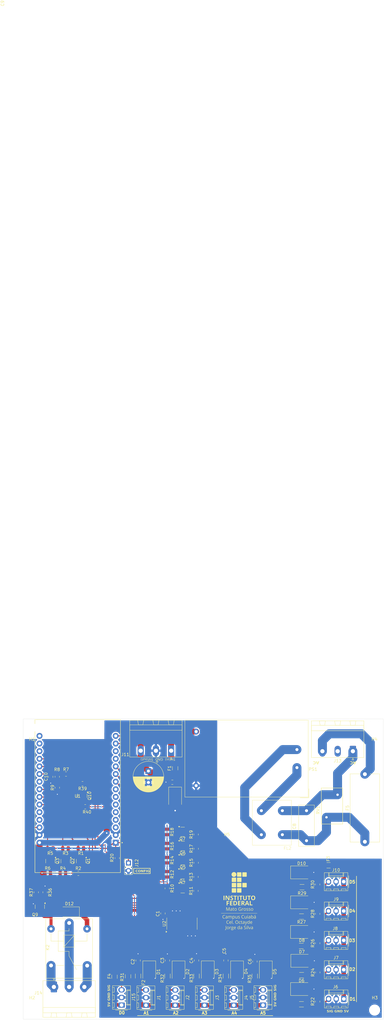
<source format=kicad_pcb>
(kicad_pcb (version 20240108) (generator "pcbnew") (generator_version "8.0")
  (layers (0 "F.Cu" signal) (31 "B.Cu" signal) (34 "B.Paste" user) (35 "F.Paste" user) (36 "B.SilkS" user "B.Silkscreen") (37 "F.SilkS" user "F.Silkscreen") (38 "B.Mask" user) (39 "F.Mask" user) (44 "Edge.Cuts" user))
  (net 0 "")
  (net 1 "GND")
  (net 2 "VCC")
  (net 3 "/A_S1")
  (net 4 "/A_S2")
  (net 5 "/A_S3")
  (net 6 "/A_S4")
  (net 7 "/A_S5")
  (net 8 "/S_Temp1 5V")
  (net 9 "/S_Temp2 5V")
  (net 10 "/S_Temp3 5V")
  (net 11 "/S_Temp4 5V")
  (net 12 "/S_Temp5 5V")
  (net 13 "Net-(J1-Pin_1)")
  (net 14 "Net-(J10-Pin_1)")
  (net 15 "Net-(J1-Pin_3)")
  (net 16 "Net-(J2-Pin_3)")
  (net 17 "Net-(J3-Pin_3)")
  (net 18 "Net-(J4-Pin_3)")
  (net 19 "Net-(J5-Pin_3)")
  (net 20 "Net-(J6-Pin_3)")
  (net 21 "Net-(J7-Pin_3)")
  (net 22 "Net-(J8-Pin_3)")
  (net 23 "Net-(J9-Pin_3)")
  (net 24 "Net-(J10-Pin_3)")
  (net 25 "/Config Pin")
  (net 26 "/Bit_0 5V")
  (net 27 "/Bit_0 3V3")
  (net 28 "+3V3")
  (net 29 "/Bit_1 5V")
  (net 30 "/Bit_1 3V3")
  (net 31 "/Bit_2 5V")
  (net 32 "/Bit_2 3V3")
  (net 33 "/S_Temp1 3V3")
  (net 34 "/S_Temp2 3V3")
  (net 35 "/S_Temp3 3V3")
  (net 36 "/S_Temp4 3V3")
  (net 37 "/S_Temp5 3V3")
  (net 38 "/C_A_S")
  (net 39 "/A_S")
  (net 40 "Net-(R8-Pad2)")
  (net 55 "Net-(C8-Pad1)")
  (net 56 "Net-(D12-A)")
  (net 57 "/5V in")
  (net 58 "Net-(J15-Pin_1)")
  (net 59 "Net-(J13-Pin_3)")
  (net 60 "Net-(PS1-AC{slash}L)")
  (net 61 "Net-(PS1-AC{slash}N)")
  (net 62 "Net-(J14-Pin_2)")
  (net 63 "Net-(J14-Pin_1)")
  (net 64 "Net-(J14-Pin_3)")
  (net 65 "Net-(J15-Pin_3)")
  (net 66 "Net-(Q9-G)")
  (net 67 "/S_Fluxo 3V3")
  (net 68 "/Rele pin")
  (net 69 "Net-(J13-Pin_1)")
  (footprint "Fuse:Fuse_1206_3216Metric" (layer "F.Cu") (at 117.349001 129.592822 -90)
    (property "Reference" "F4")
    (property "Value" "50mA")
  )
  (footprint "MountingHole:MountingHole_3.2mm_M3_DIN965" (layer "F.Cu") (at 204.05 140.7)
    (property "Reference" "H3")
    (property "Value" "MountingHole")
  )
  (footprint "Resistor_SMD:R_0805_2012Metric" (layer "F.Cu") (at 101.1875 62.107993 180)
    (property "Reference" "R7")
    (property "Value" "4k7")
  )
  (footprint "Connector_Molex:Molex_KK-254_AE-6410-03A_1x03_P2.54mm_Vertical" (layer "F.Cu") (at 147.345 139.09 90)
    (property "Reference" "J3")
    (property "Value" "Conn_01x03")
  )
  (footprint "Diode_SMD:D_SMB" (layer "F.Cu") (at 179.788483 124.288419)
    (property "Reference" "D7")
    (property "Value" "Tvs")
  )
  (footprint "Capacitor_THT:C_Rect_L13.5mm_W5.0mm_P10.00mm_FKS3_FKP3_MKS4" (layer "F.Cu") (at 181.35 84.3 90)
    (property "Reference" "C8")
    (property "Value" "0.1uF")
  )
  (footprint "Capacitor_SMD:C_0805_2012Metric" (layer "F.Cu") (at 144.682816 124.185822 90)
    (property "Reference" "C4")
    (property "Value" "100nF" (hide yes))
  )
  (footprint "Resistor_SMD:R_0805_2012Metric" (layer "F.Cu") (at 185.069188 137.859457 90)
    (property "Reference" "R22")
    (property "Value" "4k7")
  )
  (footprint "MountingHole:MountingHole_3.2mm_M3_DIN965" (layer "F.Cu") (at 89.8 140.7)
    (property "Reference" "H2")
    (property "Value" "MountingHole" (hide yes))
  )
  (footprint "Diode_SMD:D_SMA" (layer "F.Cu") (at 102.14 107.99 180)
    (property "Reference" "D12")
    (property "Value" "D")
  )
  (footprint "Connector_Molex:Molex_KK-254_AE-6410-03A_1x03_P2.54mm_Vertical" (layer "F.Cu") (at 193.75 97.939115 180)
    (property "Reference" "J10")
    (property "Value" "Conn_01x03")
  )
  (footprint "Diode_SMD:D_SMB" (layer "F.Cu") (at 179.684657 114.687608)
    (property "Reference" "D8")
    (property "Value" "Tvs")
  )
  (footprint "Connector_Phoenix_MSTB:PhoenixContact_MSTBA_2,5_3-G-5,08_1x03_P5.08mm_Horizontal" (layer "F.Cu") (at 97.14 133)
    (property "Reference" "J14")
    (property "Value" "Conn_01x03")
  )
  (footprint "Resistor_SMD:R_0805_2012Metric" (layer "F.Cu") (at 185.069351 108.649939 90)
    (property "Reference" "R28")
    (property "Value" "4k7" (hide yes))
  )
  (footprint "Connector_Molex:Molex_KK-254_AE-6410-03A_1x03_P2.54mm_Vertical" (layer "F.Cu") (at 157.1 139.09 90)
    (property "Reference" "J4")
    (property "Value" "Conn_01x03")
  )
  (footprint "Package_TO_SOT_SMD:SOT-23" (layer "F.Cu") (at 140.070838 86.048219)
    (property "Reference" "Q7")
    (property "Value" "BSS138")
  )
  (footprint "Resistor_SMD:R_1206_3216Metric" (layer "F.Cu") (at 179.845407 99.784246 180)
    (property "Reference" "R29")
    (property "Value" "100R")
  )
  (footprint "Resistor_SMD:R_0805_2012Metric" (layer "F.Cu") (at 144.5 101 90)
    (property "Reference" "R11")
    (property "Value" "10k" (hide yes))
  )
  (footprint "Library:Logo_IFMT_CampusCuiaba" (layer "F.Cu") (at 158.9 104.3)
    (property "Reference" "G***" (hide yes))
    (property "Value" "LOGO" (hide yes))
  )
  (footprint "uu9.8:uu9.8" (layer "F.Cu") (at 175.3 79.3)
    (property "Reference" "FL2")
    (property "Value" "Filter EMI" (hide yes))
  )
  (footprint "Diode_SMD:D_SMB" (layer "F.Cu") (at 179.706279 104.819146)
    (property "Reference" "D9" (hide yes))
    (property "Value" "Tvs")
  )
  (footprint "Capacitor_SMD:C_0805_2012Metric" (layer "F.Cu") (at 136.620876 64.828494 180)
    (property "Reference" "C7" (hide yes))
    (property "Value" "100nF")
  )
  (footprint "Diode_SMD:D_SMB" (layer "F.Cu") (at 167.787531 128 -90)
    (property "Reference" "D5")
    (property "Value" "Tvs")
  )
  (footprint "MountingHole:MountingHole_3.2mm_M3_DIN965" (layer "F.Cu") (at 154.85 78.4)
    (property "Reference" "H5")
    (property "Value" "MountingHole")
  )
  (footprint "Diode_SMD:D_SMB" (layer "F.Cu") (at 158.2 128 -90)
    (property "Reference" "D4")
    (property "Value" "Tvs")
  )
  (footprint "Resistor_SMD:R_0805_2012Metric" (layer "F.Cu") (at 100.145975 95.131557)
    (property "Reference" "R4")
    (property "Value" "10k")
  )
  (footprint "Resistor_SMD:R_0805_2012Metric" (layer "F.Cu") (at 144.574568 91.635769 90)
    (property "Reference" "R15")
    (property "Value" "10k" (hide yes))
  )
  (footprint "Package_TO_SOT_SMD:SOT-23" (layer "F.Cu") (at 140.070838 100.145098)
    (property "Reference" "Q4")
    (property "Value" "BSS138")
  )
  (footprint "MountingHole:MountingHole_3.2mm_M3_DIN965" (layer "F.Cu") (at 89.8 46.65)
    (property "Reference" "H1")
    (property "Value" "MountingHole")
  )
  (footprint "Resistor_SMD:R_0805_2012Metric" (layer "F.Cu") (at 98.3 66.6375 -90)
    (property "Reference" "R9")
    (property "Value" "4k7")
  )
  (footprint "Capacitor_SMD:C_0805_2012Metric" (layer "F.Cu") (at 125.207816 124.185822 90)
    (property "Reference" "C2")
    (property "Value" "100nF")
  )
  (footprint "Resistor_SMD:R_0805_2012Metric" (layer "F.Cu") (at 95.935937 86.839083 180)
    (property "Reference" "R5")
    (property "Value" "10k")
  )
  (footprint "Relay_THT:Relay_SPDT_SANYOU_SRD_Series_Form_C" (layer "F.Cu") (at 102.24 111.69 -90)
    (property "Reference" "K2")
    (property "Value" "SANYOU_SRD_Form_C")
  )
  (footprint "Resistor_SMD:R_0805_2012Metric" (layer "F.Cu") (at 94.215524 101.476592 90)
    (property "Reference" "R36")
    (property "Value" "10k")
  )
  (footprint "Package_SO:SO-16_3.9x9.9mm_P1.27mm" (layer "F.Cu") (at 139.84 111.925 90)
    (property "Reference" "U2")
    (property "Value" "74HC4051")
  )
  (footprint "Resistor_SMD:R_0805_2012Metric" (layer "F.Cu") (at 134.926375 100.177717 -90)
    (property "Reference" "R10")
    (property "Value" "10k" (hide yes))
  )
  (footprint "Resistor_SMD:R_0805_2012Metric" (layer "F.Cu") (at 98.271297 62.996916 -90)
    (property "Reference" "R8")
    (property "Value" "4k7")
  )
  (footprint "Capacitor_THT:CP_Radial_D10.0mm_P3.80mm" (layer "F.Cu") (at 128.65 61.1 -90)
    (property "Reference" "C9")
    (property "Value" "100-220uF")
  )
  (footprint "Varistor:RV_Disc_D12mm_W7.1mm_P7.5mm" (layer "F.Cu") (at 188 76.5 90)
    (property "Reference" "RV1")
    (property "Value" "Varistor")
  )
  (footprint "Resistor_SMD:R_0805_2012Metric" (layer "F.Cu") (at 134.880039 81.386121 -90)
    (property "Reference" "R18")
    (property "Value" "10k" (hide yes))
  )
  (footprint "Capacitor_SMD:C_0805_2012Metric" (layer "F.Cu") (at 96.083027 63.029166 -90)
    (property "Reference" "C10")
    (property "Value" "100nF")
  )
  (footprint "Resistor_SMD:R_0805_2012Metric" (layer "F.Cu") (at 144.559889 82.230193 90)
    (property "Reference" "R19")
    (property "Value" "10k")
  )
  (footprint "Package_TO_SOT_SMD:SOT-23" (layer "F.Cu") (at 106.65 69.34691 -90)
    (property "Reference" "Q10")
    (property "Value" "BSS138")
  )
  (footprint "Connector_Molex:Molex_KK-254_AE-6410-03A_1x03_P2.54mm_Vertical" (layer "F.Cu") (at 193.79 136.98 180)
    (property "Reference" "J6")
    (property "Value" "Conn_01x03")
  )
  (footprint "Diode_SMD:D_SMB" (layer "F.Cu") (at 138.705395 128 -90)
    (property "Reference" "D2")
    (property "Value" "Tvs")
  )
  (footprint "Resistor_SMD:R_1206_3216Metric" (layer "F.Cu") (at 154.464001 129.370322 -90)
    (property "Reference" "R34")
    (property "Value" "100R")
  )
  (footprint "Connector_Phoenix_MSTB:PhoenixContact_MSTBA_2,5_3-G-5,08_1x03_P5.08mm_Horizontal" (layer "F.Cu") (at 196.81 54.5 180)
    (property "Reference" "J13")
    (property "Value" "Conn_01x03")
  )
  (footprint "Diode_SMD:D_SMB" (layer "F.Cu") (at 128.930395 127.985822 -90)
    (property "Reference" "D1")
    (property "Value" "Tvs")
  )
  (footprint "Connector_PinHeader_2.54mm:PinHeader_1x02_P2.54mm_Vertical" (layer "F.Cu") (at 122 91.71)
    (property "Reference" "J12")
    (property "Value" "Conn_01x02_Pin")
  )
  (footprint "Package_TO_SOT_SMD:SOT-23" (layer "F.Cu") (at 140.056548 81.34926)
    (property "Reference" "Q8" (hide yes))
    (property "Value" "BSS138")
  )
  (footprint "Resistor_SMD:R_0805_2012Metric" (layer "F.Cu") (at 134.907841 95.481583 -90)
    (property "Reference" "R12")
    (property "Value" "10k" (hide yes))
  )
  (footprint "Package_TO_SOT_SMD:SOT-23" (layer "F.Cu") (at 140.008338 95.446137)
    (property "Reference" "Q5")
    (property "Value" "BSS138")
  )
  (footprint "Resistor_SMD:R_1206_3216Metric" (layer "F.Cu") (at 164.1 129.370322 -90)
    (property "Reference" "R35")
    (property "Value" "100R")
  )
  (footprint "Resistor_SMD:R_0805_2012Metric" (layer "F.Cu") (at 134.893079 86.101851 -90)
    (property "Reference" "R16")
    (property "Value" "10k" (hide yes))
  )
  (footprint "Connector_Phoenix_MSTB:PhoenixContact_MSTBA_2,5_3-G-5,08_1x03_P5.08mm_Horizontal" (layer "F.Cu") (at 136.23 54.3275 180)
    (property "Reference" "J11")
    (property "Value" "Conn_01x03")
  )
  (footprint "Fuse:Fuse_1206_3216Metric" (layer "F.Cu") (at 188.7 92.5)
    (property "Reference" "F3")
    (property "Value" "100mA")
  )
  (footprint "Biblioteca Kicad:MODULE_ESP32_DEVKIT_V1" (layer "F.Cu") (at 105.05 69.445 180)
    (property "Reference" "U1")
    (property "Value" "ESP32-DEVKIT-V1")
  )
  (footprint "Diode_SMD:D_SMB" (layer "F.Cu") (at 179.706798 94.856787)
    (property "Reference" "D10")
    (property "Value" "Tvs")
  )
  (footprint "Resistor_SMD:R_0805_2012Metric" (layer "F.Cu") (at 91.265524 101.476592 90)
    (property "Reference" "R37")
    (property "Value" "1k")
  )
  (footprint "Connector_Molex:Molex_KK-254_AE-6410-03A_1x03_P2.54mm_Vertical" (layer "F.Cu") (at 119.699001 139.042822 90)
    (property "Reference" "J15")
    (property "Value" "Conn_01x03")
  )
  (footprint "Resistor_SMD:R_1206_3216Metric" (layer "F.Cu") (at 179.60401 119.365999 180)
    (property "Reference" "R25" (hide yes))
    (property "Value" "100R")
  )
  (footprint "Resistor_SMD:R_0805_2012Metric" (layer "F.Cu") (at 105.297283 95.162)
    (property "Reference" "R2")
    (property "Value" "10k")
  )
  (footprint "Diode_SMD:D_SMB" (layer "F.Cu") (at 137.55 70.1 -90)
    (property "Reference" "D11" (hide yes))
    (property "Value" "Tvs" (hide yes))
  )
  (footprint "Resistor_SMD:R_0805_2012Metric" (layer "F.Cu") (at 185.113392 128.164667 90)
    (property "Reference" "R24")
    (property "Value" "4k7")
  )
  (footprint "Diode_SMD:D_SMB" (layer "F.Cu") (at 148.455395 127.985822 -90)
    (property "Reference" "D3")
    (property "Value" "Tvs")
  )
  (footprint "Resistor_SMD:R_1206_3216Metric" (layer "F.Cu") (at 135.011676 129.370322 -90)
    (property "Reference" "R32")
    (property "Value" "100R")
  )
  (footprint "Resistor_SMD:R_0805_2012Metric" (layer "F.Cu") (at 95.071334 95.110463)
    (property "Reference" "R6")
    (property "Value" "10k" (hide yes))
  )
  (footprint "Resistor_SMD:R_0805_2012Metric" (layer "F.Cu") (at 106.14799 86.843 180)
    (property "Reference" "R1")
    (property "Value" "10k")
  )
  (footprint "Package_TO_SOT_SMD:SOT-23" (layer "F.Cu") (at 101.05 91.1125 -90)
    (property "Reference" "Q2")
    (property "Value" "BSS138")
  )
  (footprint "Resistor_SMD:R_1206_3216Metric" (layer "F.Cu") (at 179.680189 109.553275 180)
    (property "Reference" "R27")
    (property "Value" "100R")
  )
  (footprint "Resistor_SMD:R_0805_2012Metric" (layer "F.Cu") (at 185.07893 118.438919 90)
    (property "Reference" "R26")
    (property "Value" "4k7")
  )
  (footprint "Connector_Molex:Molex_KK-254_AE-6410-03A_1x03_P2.54mm_Vertical" (layer "F.Cu") (at 193.75 127.25 180)
    (property "Reference" "J7")
    (property "Value" "Conn_01x03")
  )
  (footprint "Resistor_SMD:R_1206_3216Metric" (layer "F.Cu") (at 125.207816 129.370322 -90)
    (property "Reference" "R31")
    (property "Value" "100R")
  )
  (footprint "Resistor_SMD:R_0805_2012Metric" (layer "F.Cu") (at 107.5875 73 180)
    (property "Reference" "R40")
    (property "Value" "10k")
  )
  (footprint "Package_TO_SOT_SMD:SOT-23" (layer "F.Cu") (at 95.975 91.093 -90)
    (property "Reference" "Q3")
    (property "Value" "BSS138")
  )
  (footprint "Package_TO_SOT_SMD:SOT-23" (layer "F.Cu") (at 106.18049 91.093 -90)
    (property "Reference" "Q1")
    (property "Value" "BSS138")
  )
  (footprint "Resistor_SMD:R_1206_3216Metric" (layer "F.Cu") (at 179.669724 138.772595 180)
    (property "Reference" "R21" (hide yes))
    (property "Value" "100R")
  )
  (footprint "Diode_SMD:D_SMB" (layer "F.Cu") (at 179.692224 133.698333)
    (property "Reference" "D6")
    (property "Value" "Tvs")
  )
  (footprint "Resistor_SMD:R_0805_2012Metric" (layer "F.Cu") (at 185.065098 98.864555 90)
    (property "Reference" "R30")
    (property "Value" "4k7")
  )
  (footprint "Resistor_SMD:R_0805_2012Metric" (layer "F.Cu") (at 106.680636 65.313184 180)
    (property "Reference" "R39")
    (property "Value" "10k")
  )
  (footprint "Package_TO_SOT_SMD:SOT-23" (layer "F.Cu") (at 92.465524 106.286592 -90)
    (property "Reference" "Q9")
    (property "Value" "BSS138")
  )
  (footprint "Resistor_SMD:R_0805_2012Metric" (layer "F.Cu") (at 144.583057 86.965862 90)
    (property "Reference" "R17")
    (property "Value" "10k")
  )
  (footprint "Fuse:Fuse_1206_3216Metric" (layer "F.Cu") (at 121.88 129.45 -90)
    (property "Reference" "F2")
    (property "Value" "100mA")
  )
  (footprint "Resistor_SMD:R_0805_2012Metric" (layer "F.Cu") (at 134.907841 90.778785 -90)
    (property "Reference" "R14")
    (property "Value" "10k" (hide yes))
  )
  (footprint "Resistor_SMD:R_1206_3216Metric" (layer "F.Cu") (at 179.719625 129.077167 180)
    (property "Reference" "R23" (hide yes))
    (property "Value" "100R")
  )
  (footprint "Connector_Molex:Molex_KK-254_AE-6410-03A_1x03_P2.54mm_Vertical" (layer "F.Cu") (at 193.75 107.70941 180)
    (property "Reference" "J9")
    (property "Value" "Conn_01x03")
  )
  (footprint "Capacitor_SMD:C_0805_2012Metric" (layer "F.Cu") (at 133.505 108.525 -90)
    (property "Reference" "C1")
    (property "Value" "100nF")
  )
  (footprint "Converter_ACDC:Converter_ACDC_Hi-Link_HLK-5Mxx" (layer "F.Cu") (at 178.1575 59.9575 180)
    (property "Reference" "PS1")
    (property "Value" "HLK-5M05")
  )
  (footprint "Capacitor_SMD:C_0805_2012Metric" (layer "F.Cu") (at 154.477421 124.185822 90)
    (property "Reference" "C5")
    (property "Value" "100nF" (hide yes))
  )
  (footprint "Connector_Molex:Molex_KK-254_AE-6410-03A_1x03_P2.54mm_Vertical" (layer "F.Cu") (at 127.835 139.09 90)
    (property "Reference" "J1")
    (property "Value" "Conn_01x03")
  )
  (footprint "Capacitor_SMD:C_0805_2012Metric" (layer "F.Cu") (at 164.148338 124.53078 90)
    (property "Reference" "C6")
    (property "Value" "100nF")
  )
  (footprint "Connector_Molex:Molex_KK-254_AE-6410-03A_1x03_P2.54mm_Vertical" (layer "F.Cu") (at 193.75 117.479705 180)
    (property "Reference" "J8")
    (property "Value" "Conn_01x03")
  )
  (footprint "Resistor_SMD:R_0805_2012Metric" (layer "F.Cu") (at 101.01799 86.843 180)
    (property "Reference" "R3")
    (property "Value" "10k")
  )
  (footprint "Package_TO_SOT_SMD:SOT-23" (layer "F.Cu") (at 140.070838 90.747178)
    (property "Reference" "Q6")
    (property "Value" "BSS138")
  )
  (footprint "Resistor_SMD:R_0805_2012Metric" (layer "F.Cu") (at 118.25 90.1 -90)
    (property "Reference" "R20")
    (property "Value" "10k")
  )
  (footprint "Fuse:Fuseholder_Cylinder-5x20mm_Schurter_0031_8201_Horizontal_Open" (layer "F.Cu") (at 200.8 62.15 -90)
    (property "Reference" "F5")
    (property "Value" "100mA-500mA")
  )
  (footprint "Fuse:Fuse_1206_3216Metric" (layer "F.Cu") (at 137.570876 60.178494 -90)
    (property "Reference" "F1")
    (property "Value" "700mA")
  )
  (footprint "Connector_Molex:Molex_KK-254_AE-6410-03A_1x03_P2.54mm_Vertical" (layer "F.Cu") (at 137.59 139.09 90)
    (property "Reference" "J2")
    (property "Value" "Conn_01x03")
  )
  (footprint "Capacitor_SMD:C_0805_2012Metric" (layer "F.Cu") (at 134.982816 124.185822 90)
    (property "Reference" "C3")
    (property "Value" "100nF" (hide yes))
  )
  (footprint "Connector_Molex:Molex_KK-254_AE-6410-03A_1x03_P2.54mm_Vertical" (layer "F.Cu") (at 166.855 139.05 90)
    (property "Reference" "J5")
    (property "Value" "Conn_01x03" (hide yes))
  )
  (footprint "MountingHole:MountingHole_3.2mm_M3_DIN965" (layer "F.Cu") (at 204.05 46.65)
    (property "Reference" "H4")
    (property "Value" "MountingHole")
  )
  (footprint "Resistor_SMD:R_1206_3216Metric" (layer "F.Cu") (at 144.690536 129.370322 -90)
    (property "Reference" "R33")
    (property "Value" "100R")
  )
  (footprint "Resistor_SMD:R_0805_2012Metric" (layer "F.Cu") (at 144.519048 96.349914 90)
    (property "Reference" "R13")
    (property "Value" "10k" (hide yes))
  )
  (gr_line (start 198.01 137.97) (end 198.01 96.12) (stroke (width 0.2)) (layer "F.SilkS"))
  (gr_rect (start 123.745 93.5) (end 129.255 95.25) (stroke (width 0.2)) (fill none) (layer "F.SilkS"))
  (gr_line (start 125.022452 142.55) (end 170.1 142.55) (stroke (width 0.2)) (layer "F.SilkS"))
  (gr_rect (start 86.925 43.75) (end 206.925 143.75) (stroke (width 0.05)) (fill none) (layer "Edge.Cuts"))
  (gr_text "5V GND SIG" (at 116 139.64 90) (layer "F.SilkS") (effects (font (size 0.8 0.8) (thickness 0.2) (bold yes)) (justify left bottom)))
  (gr_text "A5" (at 165.8 142.25 0) (layer "F.SilkS") (effects (font (size 1 1) (thickness 0.25) (bold yes)) (justify left bottom)))
  (gr_text "D1" (at 195.56 137.62 0) (layer "F.SilkS") (effects (font (size 1 1) (thickness 0.25) (bold yes)) (justify left bottom)))
  (gr_text "AC                     AC" (at 197.9 57.7 180) (layer "F.SilkS") (effects (font (size 1 1) (thickness 0.2) (bold yes)) (justify left bottom)))
  (gr_text "SIG GND 5V" (at 188.1 141.59 0) (layer "F.SilkS") (effects (font (size 0.8 0.8) (thickness 0.2) (bold yes)) (justify left bottom)))
  (gr_text "A2" (at 136.7 142.25 0) (layer "F.SilkS") (effects (font (size 1 1) (thickness 0.25) (bold yes)) (justify left bottom)))
  (gr_text "5V GND SIG" (at 171.4 139.6 90) (layer "F.SilkS") (effects (font (size 0.8 0.8) (thickness 0.2) (bold yes)) (justify left bottom)))
  (gr_text "D2" (at 195.46 127.72 0) (layer "F.SilkS") (effects (font (size 1 1) (thickness 0.25) (bold yes)) (justify left bottom)))
  (gr_text "5V(in)  GND  5V(out)" (at 137.6 56.7 180) (layer "F.SilkS") (effects (font (size 0.8 0.8) (thickness 0.1)) (justify left bottom)))
  (gr_text "D5" (at 195.46 98.62 0) (layer "F.SilkS") (effects (font (size 1 1) (thickness 0.25) (bold yes)) (justify left bottom)))
  (gr_text "A1" (at 126.9 142.25 0) (layer "F.SilkS") (effects (font (size 1 1) (thickness 0.25) (bold yes)) (justify left bottom)))
  (gr_text "D3" (at 195.41 118.12 0) (layer "F.SilkS") (effects (font (size 1 1) (thickness 0.25) (bold yes)) (justify left bottom)))
  (gr_text "A4" (at 156.21 142.28 0) (layer "F.SilkS") (effects (font (size 1 1) (thickness 0.25) (bold yes)) (justify left bottom)))
  (gr_text "D4" (at 195.46 108.27 0) (layer "F.SilkS") (effects (font (size 1 1) (thickness 0.25) (bold yes)) (justify left bottom)))
  (gr_text "D0" (at 118.649001 142.192822 0) (layer "F.SilkS") (effects (font (size 1 1) (thickness 0.25) (bold yes)) (justify left bottom)))
  (gr_text "A3" (at 146.3 142.25 0) (layer "F.SilkS") (effects (font (size 1 1) (thickness 0.25) (bold yes)) (justify left bottom)))
  (gr_text "CONFIG" (at 124.323699 94.94 0) (layer "F.SilkS") (effects (font (size 0.8 0.8) (thickness 0.2) (bold yes)) (justify left bottom)))
  (segment (start 133.505 109.475) (end 133.505 110.495) (width 0.3) (layer "F.Cu") (net 1))
  (segment (start 136.672383 109.342617) (end 136.665 109.35) (width 0.3) (layer "F.Cu") (net 1))
  (segment (start 91.515524 105.349092) (end 90.349092 105.349092) (width 0.3) (layer "F.Cu") (net 1))
  (segment (start 139.204825 107.68505) (end 139.204825 109.349825) (width 0.3) (layer "F.Cu") (net 1))
  (segment (start 140.494604 130.15) (end 140.500426 130.144178) (width 0.3) (layer "F.Cu") (net 1))
  (segment (start 141.745 114.481123) (end 141.745 115.993462) (width 0.3) (layer "F.Cu") (net 1))
  (segment (start 158.2 130.15) (end 159.989209 130.15) (width 0.3) (layer "F.Cu") (net 1))
  (segment (start 183.765098 94.856787) (end 181.856798 94.856787) (width 0.5) (layer "F.Cu") (net 1))
  (segment (start 183.885201 114.687608) (end 181.834657 114.687608) (width 0.5) (layer "F.Cu") (net 1))
  (segment (start 94.215524 100.564092) (end 94.215524 99.415524) (width 0.3) (layer "F.Cu") (net 1))
  (segment (start 134.528494 64.828494) (end 134.5 64.8) (width 0.3) (layer "F.Cu") (net 1))
  (segment (start 167.787531 130.15) (end 169.62674 130.15) (width 0.3) (layer "F.Cu") (net 1))
  (segment (start 96.083027 63.979166) (end 96.083027 65.109166) (width 0.3) (layer "F.Cu") (net 1))
  (segment (start 125.207816 123.235822) (end 125.207816 121.972791) (width 0.3) (layer "F.Cu") (net 1))
  (segment (start 143.015 115.985) (end 143 116) (width 0.3) (layer "F.Cu") (net 1))
  (segment (start 131.15 54.3275) (end 131.15 54.5) (width 2) (layer "F.Cu") (net 1))
  (segment (start 136.672383 107.669976) (end 136.672383 109.342617) (width 0.3) (layer "F.Cu") (net 1))
  (segment (start 133.505 110.495) (end 133.5 110.5) (width 0.3) (layer "F.Cu") (net 1))
  (segment (start 135.670876 64.828494) (end 134.528494 64.828494) (width 0.3) (layer "F.Cu") (net 1))
  (segment (start 141.745 115.993462) (end 141.751538 116) (width 0.3) (layer "F.Cu") (net 1))
  (segment (start 138.705395 130.15) (end 140.494604 130.15) (width 0.3) (layer "F.Cu") (net 1))
  (segment (start 148.455395 130.135822) (end 150.344604 130.135822) (width 0.3) (layer "F.Cu") (net 1))
  (segment (start 130.869604 130.135822) (end 130.875426 130.13) (width 0.3) (layer "F.Cu") (net 1))
  (segment (start 183.832224 133.698333) (end 181.842224 133.698333) (width 0.5) (layer "F.Cu") (net 1))
  (segment (start 139.205 107.685225) (end 139.204825 107.68505) (width 0.3) (layer "F.Cu") (net 1))
  (segment (start 144.682816 123.235822) (end 144.682816 121.925429) (width 0.3) (layer "F.Cu") (net 1))
  (segment (start 154.477421 123.235822) (end 154.477421 121.98257) (width 0.3) (layer "F.Cu") (net 1))
  (segment (start 139.204825 109.349825) (end 139.205 109.35) (width 0.3) (layer "F.Cu") (net 1))
  (segment (start 164.126399 122.15) (end 164.126399 123.558841) (width 0.3) (layer "F.Cu") (net 1))
  (segment (start 136.665 107.677359) (end 136.672383 107.669976) (width 0.3) (layer "F.Cu") (net 1))
  (segment (start 144.285 114.5) (end 144.285 115.985) (width 0.3) (layer "F.Cu") (net 1))
  (segment (start 137.92353 107.675) (end 137.92353 109.33853) (width 0.3) (layer "F.Cu") (net 1))
  (segment (start 90.349092 105.349092) (end 90.3 105.3) (width 0.3) (layer "F.Cu") (net 1))
  (segment (start 150.344604 130.135822) (end 150.350426 130.13) (width 0.3) (layer "F.Cu") (net 1))
  (segment (start 137.92353 109.33853) (end 137.935 109.35) (width 0.3) (layer "F.Cu") (net 1))
  (segment (start 164.126399 123.558841) (end 164.148338 123.58078) (width 0.3) (layer "F.Cu") (net 1))
  (segment (start 181.938483 124.288419) (end 183.969625 124.288419) (width 0.5) (layer "F.Cu") (net 1))
  (segment (start 98.3 67.55) (end 98.3 68.85) (width 0.3) (layer "F.Cu") (net 1))
  (segment (start 143.015 114.5) (end 143.015 115.985) (width 0.3) (layer "F.Cu") (net 1))
  (segment (start 169.62674 130.15) (end 169.632562 130.144178) (width 0.3) (layer "F.Cu") (net 1))
  (segment (start 144.285 115.985) (end 144.3 116) (width 0.3) (layer "F.Cu") (net 1))
  (segment (start 143.005 114.51) (end 143.015 114.5) (width 0.3) (layer "F.Cu") (net 1))
  (segment (start 94.215524 99.415524) (end 94.2 99.4) (width 0.3) (layer "F.Cu") (net 1))
  (segment (start 125.207816 121.972791) (end 125.201334 121.966309) (width 0.3) (layer "F.Cu") (net 1))
  (segment (start 137.55 72.25) (end 137.55 74.257618) (width 1) (layer "F.Cu") (net 1))
  (segment (start 144.29132 114.50632) (end 144.285 114.5) (width 0.3) (layer "F.Cu") (net 1))
  (segment (start 159.989209 130.15) (end 159.995031 130.144178) (width 0.3) (layer "F.Cu") (net 1))
  (segment (start 137.55 74.257618) (end 137.570876 74.278494) (width 1) (layer "F.Cu") (net 1))
  (segment (start 154.477421 121.98257) (end 154.476521 121.98167) (width 0.3) (layer "F.Cu") (net 1))
  (segment (start 134.982816 123.235822) (end 134.982816 122.001508) (width 0.3) (layer "F.Cu") (net 1))
  (segment (start 128.930395 130.135822) (end 130.869604 130.135822) (width 0.3) (layer "F.Cu") (net 1))
  (segment (start 141.754556 114.509556) (end 141.745 114.5) (width 0.3) (layer "F.Cu") (net 1))
  (segment (start 181.856279 104.819146) (end 183.901853 104.819146) (width 0.5) (layer "F.Cu") (net 1))
  (segment (start 137.935 107.68647) (end 137.92353 107.675) (width 0.3) (layer "F.Cu") (net 1))
  (segment (start 144.682816 121.925429) (end 144.690066 121.918179) (width 0.3) (layer "F.Cu") (net 1))
  (via (at 169.632562 130.144178) (size 0.6) (drill 0.3) (layers "F.Cu" "B.Cu") (net 1))
  (via (at 143 116) (size 0.6) (drill 0.3) (layers "F.Cu" "B.Cu") (net 1))
  (via (at 136.672383 107.669976) (size 0.6) (drill 0.3) (layers "F.Cu" "B.Cu") (net 1))
  (via (at 137.92353 107.675) (size 0.6) (drill 0.3) (layers "F.Cu" "B.Cu") (net 1))
  (via (at 98.3 68.85) (size 0.6) (drill 0.3) (layers "F.Cu" "B.Cu") (net 1))
  (via (at 90.3 105.3) (size 0.6) (drill 0.3) (layers "F.Cu" "B.Cu") (net 1))
  (via (at 141.751538 116) (size 0.6) (drill 0.3) (layers "F.Cu" "B.Cu") (net 1))
  (via (at 183.832224 133.698333) (size 0.6) (drill 0.3) (layers "F.Cu" "B.Cu") (net 1))
  (via (at 183.885201 114.687608) (size 0.6) (drill 0.3) (layers "F.Cu" "B.Cu") (net 1))
  (via (at 134.5 64.8) (size 0.6) (drill 0.3) (layers "F.Cu" "B.Cu") (net 1))
  (via (at 130.875426 130.13) (size 0.6) (drill 0.3) (layers "F.Cu" "B.Cu") (net 1))
  (via (at 134.982816 122.001508) (size 0.6) (drill 0.3) (layers "F.Cu" "B.Cu") (net 1))
  (via (at 183.901853 104.819146) (size 0.6) (drill 0.3) (layers "F.Cu" "B.Cu") (net 1))
  (via (at 125.201334 121.966309) (size 0.6) (drill 0.3) (layers "F.Cu" "B.Cu") (net 1))
  (via (at 96.083027 65.109166) (size 0.6) (drill 0.3) (layers "F.Cu" "B.Cu") (net 1))
  (via (at 94.2 99.4) (size 0.6) (drill 0.3) (layers "F.Cu" "B.Cu") (net 1))
  (via (at 164.126399 122.15) (size 0.6) (drill 0.3) (layers "F.Cu" "B.Cu") (net 1))
  (via (at 144.3 116) (size 0.6) (drill 0.3) (layers "F.Cu" "B.Cu") (net 1))
  (via (at 183.765098 94.856787) (size 0.6) (drill 0.3) (layers "F.Cu" "B.Cu") (net 1))
  (via (at 183.969625 124.288419) (size 0.6) (drill 0.3) (layers "F.Cu" "B.Cu") (net 1))
  (via (at 137.570876 74.278494) (size 1) (drill 0.5) (layers "F.Cu" "B.Cu") (net 1))
  (via (at 139.204825 107.68505) (size 0.6) (drill 0.3) (layers "F.Cu" "B.Cu") (net 1))
  (via (at 133.5 110.5) (size 0.6) (drill 0.3) (layers "F.Cu" "B.Cu") (net 1))
  (via (at 150.350426 130.13) (size 0.6) (drill 0.3) (layers "F.Cu" "B.Cu") (net 1))
  (via (at 154.476521 121.98167) (size 0.6) (drill 0.3) (layers "F.Cu" "B.Cu") (net 1))
  (via (at 159.995031 130.144178) (size 0.6) (drill 0.3) (layers "F.Cu" "B.Cu") (net 1))
  (via (at 140.500426 130.144178) (size 0.6) (drill 0.3) (layers "F.Cu" "B.Cu") (net 1))
  (via (at 144.690066 121.918179) (size 0.6) (drill 0.3) (layers "F.Cu" "B.Cu") (net 1))
  (segment (start 115.313221 107.476779) (end 114.8 107.99) (width 1) (layer "F.Cu") (net 2))
  (segment (start 105.49 107.99) (end 108.19 110.69) (width 1.5) (layer "F.Cu") (net 2))
  (segment (start 126.07 50.83) (end 126.07 54.3275) (width 2) (layer "F.Cu") (net 2))
  (segment (start 133.505 107.575) (end 135.025 107.575) (width 0.5) (layer "F.Cu") (net 2))
  (segment (start 137.45 68.05) (end 137.55 67.95) (width 1) (layer "F.Cu") (net 2))
  (segment (start 121.737178 128.192822) (end 121.88 128.05) (width 1) (layer "F.Cu") (net 2))
  (segment (start 133.505 107.575) (end 133.406779 107.476779) (width 1) (layer "F.Cu") (net 2))
  (segment (start 137.55 67.95) (end 137.55 64.84937) (width 1.5) (layer "F.Cu") (net 2))
  (segment (start 137.570876 61.578494) (end 137.570876 64.828494) (width 1.5) (layer "F.Cu") (net 2))
  (segment (start 94.158834 95.110463) (end 94.158834 95.908834) (width 1) (layer "F.Cu") (net 2))
  (segment (start 105.79 107.99) (end 104.14 107.99) (width 2) (layer "F.Cu") (net 2))
  (segment (start 173.3 126.1) (end 173.3 139.925) (width 0.3) (layer "F.Cu") (net 2))
  (segment (start 137.541082 67.941082) (end 137.55 67.95) (width 1) (layer "F.Cu") (net 2))
  (segment (start 135.025 107.575) (end 135.395 107.945) (width 0.5) (layer "F.Cu") (net 2))
  (segment (start 108.5 73) (end 109.75 73) (width 0.3) (layer "F.Cu") (net 2))
  (segment (start 121.88 128.05) (end 121.88 113.98) (width 2) (layer "F.Cu") (net 2))
  (segment (start 137.570876 61.578494) (end 129.128494 61.578494) (width 2) (layer "F.Cu") (net 2))
  (segment (start 102.64049 95.103) (end 104.325783 95.103) (width 0.3) (layer "F.Cu") (net 2))
  (segment (start 135.395 107.945) (end 135.395 109.35) (width 0.5) (layer "F.Cu") (net 2))
  (segment (start 179.75 130.8) (end 179.75 120.165808) (width 0.3) (layer "F.Cu") (net 2))
  (segment (start 129.128494 61.578494) (end 128.65 61.1) (width 2) (layer "F.Cu") (net 2))
  (segment (start 108.19 110.69) (end 108.19 113.64) (width 1.5) (layer "F.Cu") (net 2))
  (segment (start 144.5 101.9125) (end 149.1125 101.9125) (width 0.3) (layer "F.Cu") (net 2))
  (segment (start 104.325783 95.103) (end 104.384783 95.162) (width 0.3) (layer "F.Cu") (net 2))
  (segment (start 121.88 113.98) (end 115.89 107.99) (width 2) (layer "F.Cu") (net 2))
  (segment (start 177.8 130.8) (end 179.75 130.8) (width 0.3) (layer "F.Cu") (net 2))
  (segment (start 104.555 107.575) (end 105.825 107.575) (width 1) (layer "F.Cu") (net 2))
  (segment (start 92.35 84.96) (end 92.35 94.55) (width 2) (layer "F.Cu") (net 2))
  (segment (start 179.744922 92.544922) (end 179.7 92.5) (width 0.3) (layer "F.Cu") (net 2))
  (segment (start 98.228557 95.131557) (end 99.233475 95.131557) (width 0.3) (layer "F.Cu") (net 2))
  (segment (start 179.740754 101.009246) (end 163.759246 101.009246) (width 0.3) (layer "F.Cu") (net 2))
  (segment (start 160.4 92.5) (end 179.7 92.5) (width 1.5) (layer "F.Cu") (net 2))
  (segment (start 133.406779 107.476779) (end 115.313221 107.476779) (width 1) (layer "F.Cu") (net 2))
  (segment (start 179.75 101) (end 179.740754 101.009246) (width 0.3) (layer "F.Cu") (net 2))
  (segment (start 113 73) (end 114.96 73) (width 0.3) (layer "F.Cu") (net 2))
  (segment (start 114.96 73) (end 114.96 48.66) (width 2) (layer "F.Cu") (net 2))
  (segment (start 104.384783 95.162) (end 104.343783 95.203) (width 0.3) (layer "F.Cu") (net 2))
  (segment (start 98.2 95.103) (end 98.228557 95.131557) (width 0.3) (layer "F.Cu") (net 2))
  (segment (start 169.778275 110.778275) (end 179.471725 110.778275) (width 0.3) (layer "F.Cu") (net 2))
  (segment (start 137.55 64.84937) (end 137.570876 64.828494) (width 1.5) (layer "F.Cu") (net 2))
  (segment (start 137.570876 67.929124) (end 137.55 67.95) (width 1) (layer "F.Cu") (net 2))
  (segment (start 179.75 140) (end 179.75 130.8) (width 0.3) (layer "F.Cu") (net 2))
  (segment (start 148.562414 97.262414) (end 175.7 124.4) (width 0.3) (layer "F.Cu") (net 2))
  (segment (start 179.75 110.56392) (end 179.71804 110.53196) (width 0.3) (layer "F.Cu") (net 2))
  (segment (start 179.75 110.5) (end 179.75 101.25) (width 0.3) (layer "F.Cu") (net 2))
  (segment (start 141.8 70) (end 141.8 73.9) (width 1.5) (layer "F.Cu") (net 2))
  (segment (start 126.07 54.3275) (end 126.07 58.52) (width 2) (layer "F.Cu") (net 2))
  (segment (start 147.548269 92.548269) (end 176.25 121.25) (width 0.3) (layer "F.Cu") (net 2))
  (segment (start 178.488483 141.261517) (end 179.75 140) (width 0.3) (layer "F.Cu") (net 2))
  (segment (start 144.583057 87.878362) (end 146.878362 87.878362) (width 0.3) (layer "F.Cu") (net 2))
  (segment (start 145.892693 83.142693) (end 144.559889 83.142693) (width 0.3) (layer "F.Cu") (net 2))
  (segment (start 176.25 121.25) (end 179.75 121.25) (width 0.3) (layer "F.Cu") (net 2))
  (segment (start 114.96 48.66) (end 116.62 47) (width 2) (layer "F.Cu") (net 2))
  (segment (start 144.46071 101.95179) (end 144.5 101.9125) (width 1) (layer "F.Cu") (net 2))
  (segment (start 144.559889 83.142693) (end 144.217019 83.142693) (width 0.3) (layer "F.Cu") (net 2))
  (segment (start 163.759246 101.009246) (end 145.892693 83.142693) (width 0.3) (layer "F.Cu") (net 2))
  (segment (start 179.7 92.5) (end 187.3 92.5) (width 1.5) (layer "F.Cu") (net 2))
  (segment (start 144.519048 97.262414) (end 148.562414 97.262414) (width 0.3) (layer "F.Cu") (net 2))
  (segment (start 144.574568 92.548269) (end 147.548269 92.548269) (width 0.3) (layer "F.Cu") (net 2))
  (segment (start 179.75 101.25) (end 179.75 101) (width 0.3) (layer "F.Cu") (net 2))
  (segment (start 115.89 107.99) (end 114.8 107.99) (width 2) (layer "F.Cu") (net 2))
  (segment (start 175.7 128.7) (end 177.8 130.8) (width 0.3) (layer "F.Cu") (net 2))
  (segment (start 179.744922 101.005078) (end 179.744922 92.544922) (width 0.3) (layer "F.Cu") (net 2))
  (segment (start 126.07 58.52) (end 128.65 61.1) (width 2) (layer "F.Cu") (net 2))
  (segment (start 122.24 47) (end 126.07 50.83) (width 2) (layer "F.Cu") (net 2))
  (segment (start 173.3 139.925) (end 174.636517 141.261517) (width 0.3) (layer "F.Cu") (net 2))
  (segment (start 114.8 107.99) (end 104.14 107.99) (width 2) (layer "F.Cu") (net 2))
  (segment (start 117.349001 128.192822) (end 121.737178 128.192822) (width 1) (layer "F.Cu") (net 2))
  (segment (start 174.636517 141.261517) (end 178.488483 141.261517) (width 0.3) (layer "F.Cu") (net 2))
  (segment (start 179.75 121.25) (end 179.75 120.165808) (width 0.3) (layer "F.Cu") (net 2))
  (segment (start 141.8 73.9) (end 160.4 92.5) (width 1.5) (layer "F.Cu") (net 2))
  (segment (start 94.148371 95.1) (end 94.158834 95.110463) (width 0.5) (layer "F.Cu") (net 2))
  (segment (start 133.455 107.625) (end 133.505 107.575) (width 0.5) (layer "F.Cu") (net 2))
  (segment (start 137.55 67.95) (end 139.75 67.95) (width 1.5) (layer "F.Cu") (net 2))
  (segment (start 92.35 94.55) (end 105.79 107.99) (width 2) (layer "F.Cu") (net 2))
  (segment (start 146.878362 87.878362) (end 169.778275 110.778275) (width 0.3) (layer "F.Cu") (net 2))
  (segment (start 94.151371 95.103) (end 94.158834 95.110463) (width 0.3) (layer "F.Cu") (net 2))
  (segment (start 139.75 67.95) (end 141.8 70) (width 1.5) (layer "F.Cu") (net 2))
  (segment (start 104.555 107.575) (end 104.14 107.99) (width 1) (layer "F.Cu") (net 2))
  (segment (start 175.7 124.4) (end 175.7 128.7) (width 0.3) (layer "F.Cu") (net 2))
  (segment (start 149.1125 101.9125) (end 173.3 126.1) (width 0.3) (layer "F.Cu") (net 2))
  (segment (start 116.62 47) (end 122.24 47) (width 2) (layer "F.Cu") (net 2))
  (segment (start 114.75 81.75) (end 114.75 72.861783) (width 2) (layer "F.Cu") (net 2))
  (segment (start 102.74049 95.203) (end 102.64049 95.103) (width 0.3) (layer "F.Cu") (net 2))
  (segment (start 94.085 95.184297) (end 94.158834 95.110463) (width 0.3) (layer "F.Cu") (net 2))
  (segment (start 93.2 95.1) (end 94.148371 95.1) (width 0.5) (layer "F.Cu") (net 2))
  (segment (start 179.471725 110.778275) (end 179.71804 110.53196) (width 0.3) (layer "F.Cu") (net 2))
  (segment (start 179.71804 110.53196) (end 179.75 110.5) (width 0.3) (layer "F.Cu") (net 2))
  (segment (start 179.75 120.165808) (end 179.75 110.56392) (width 0.3) (layer "F.Cu") (net 2))
  (via (at 98.2 95.103) (size 0.6) (drill 0.3) (layers "F.Cu" "B.Cu") (net 2))
  (via (at 114.75 81.75) (size 1) (drill 0.5) (layers "F.Cu" "B.Cu") (net 2))
  (via (at 93.2 95.1) (size 0.6) (drill 0.3) (layers "F.Cu" "B.Cu") (net 2))
  (via (at 113 73) (size 0.6) (drill 0.3) (layers "F.Cu" "B.Cu") (net 2))
  (via (at 102.64049 95.103) (size 0.6) (drill 0.3) (layers "F.Cu" "B.Cu") (net 2))
  (via (at 109.75 73) (size 0.6) (drill 0.3) (layers "F.Cu" "B.Cu") (net 2))
  (segment (start 114.75 81.75) (end 111.54 84.96) (width 2) (layer "B.Cu") (net 2))
  (segment (start 102.69049 95.103) (end 102.64049 95.103) (width 0.5) (layer "B.Cu") (net 2))
  (segment (start 109.75 73) (end 113 73) (width 0.3) (layer "B.Cu") (net 2))
  (segment (start 98.2 95.103) (end 93.203 95.103) (width 0.3) (layer "B.Cu") (net 2))
  (segment (start 98.2 95.103) (end 102.64049 95.103) (width 0.3) (layer "B.Cu") (net 2))
  (segment (start 111.54 84.96) (end 92.35 84.96) (width 2) (layer "B.Cu") (net 2))
  (segment (start 93.203 95.103) (end 93.2 95.1) (width 0.3) (layer "B.Cu") (net 2))
  (segment (start 135.25 111.5) (end 139.275 111.5) (width 0.3) (layer "F.Cu") (net 3))
  (segment (start 131.325 115.425) (end 135.25 111.5) (width 0.3) (layer "F.Cu") (net 3))
  (segment (start 140.475 110.3) (end 140.475 109.35) (width 0.3) (layer "F.Cu") (net 3))
  (segment (start 125.207816 125.135822) (end 128.230395 125.135822) (width 0.5) (layer "F.Cu") (net 3))
  (segment (start 128.230395 125.135822) (end 128.930395 125.835822) (width 0.5) (layer "F.Cu") (net 3))
  (segment (start 125.207816 127.907822) (end 125.207816 125.135822) (width 0.5) (layer "F.Cu") (net 3))
  (segment (start 128.930395 125.835822) (end 128.930395 121.069605) (width 0.3) (layer "F.Cu") (net 3))
  (segment (start 128.930395 121.069605) (end 131.325 118.675) (width 0.3) (layer "F.Cu") (net 3))
  (segment (start 131.325 118.675) (end 131.325 115.425) (width 0.3) (layer "F.Cu") (net 3))
  (segment (start 139.275 111.5) (end 140.475 110.3) (width 0.3) (layer "F.Cu") (net 3))
  (segment (start 138.705395 120.205395) (end 138.705395 125.85) (width 0.3) (layer "F.Cu") (net 4))
  (segment (start 135.395 116.895) (end 135.395 114.5) (width 0.3) (layer "F.Cu") (net 4))
  (segment (start 135.011676 125.164682) (end 134.982816 125.135822) (width 0.5) (layer "F.Cu") (net 4))
  (segment (start 135.011676 127.907822) (end 135.011676 125.164682) (width 0.5) (layer "F.Cu") (net 4))
  (segment (start 134.982816 125.135822) (end 137.991217 125.135822) (width 0.5) (layer "F.Cu") (net 4))
  (segment (start 137.991217 125.135822) (end 138.705395 125.85) (width 0.5) (layer "F.Cu") (net 4))
  (segment (start 138.705395 120.205395) (end 135.395 116.895) (width 0.3) (layer "F.Cu") (net 4))
  (segment (start 144.682816 125.135822) (end 147.755395 125.135822) (width 0.5) (layer "F.Cu") (net 5))
  (segment (start 144.690536 127.907822) (end 144.690536 125.143542) (width 0.5) (layer "F.Cu") (net 5))
  (segment (start 148.455395 125.835822) (end 148.455395 122.955395) (width 0.3) (layer "F.Cu") (net 5))
  (segment (start 136.665 116.165) (end 136.665 114.5) (width 0.3) (layer "F.Cu") (net 5))
  (segment (start 140 119.5) (end 136.665 116.165) (width 0.3) (layer "F.Cu") (net 5))
  (segment (start 147.755395 125.135822) (end 148.455395 125.835822) (width 0.5) (layer "F.Cu") (net 5))
  (segment (start 145 119.5) (end 140 119.5) (width 0.3) (layer "F.Cu") (net 5))
  (segment (start 148.455395 122.955395) (end 145 119.5) (width 0.3) (layer "F.Cu") (net 5))
  (segment (start 154.95 118.5) (end 140.75 118.5) (width 0.3) (layer "F.Cu") (net 6))
  (segment (start 140.75 118.5) (end 139.205 116.955) (width 0.3) (layer "F.Cu") (net 6))
  (segment (start 139.205 116.955) (end 139.205 114.5) (width 0.3) (layer "F.Cu") (net 6))
  (segment (start 154.464001 127.907822) (end 154.464001 125.149242) (width 0.5) (layer "F.Cu") (net 6))
  (segment (start 157.485822 125.135822) (end 158.2 125.85) (width 0.5) (layer "F.Cu") (net 6))
  (segment (start 158.2 121.75) (end 154.95 118.5) (width 0.3) (layer "F.Cu") (net 6))
  (segment (start 154.477421 125.135822) (end 157.485822 125.135822) (width 0.5) (layer "F.Cu") (net 6))
  (segment (start 158.2 125.85) (end 158.2 121.75) (width 0.3) (layer "F.Cu") (net 6))
  (segment (start 164.148338 125.48078) (end 167.418311 125.48078) (width 0.5) (layer "F.Cu") (net 7))
  (segment (start 167.787531 124.037531) (end 161.25 117.5) (width 0.3) (layer "F.Cu") (net 7))
  (segment (start 140.475 116.225) (end 140.475 114.5) (width 0.3) (layer "F.Cu") (net 7))
  (segment (start 161.25 117.5) (end 141.75 117.5) (width 0.3) (layer "F.Cu") (net 7))
  (segment (start 167.787531 125.85) (end 167.787531 124.037531) (width 0.3) (layer "F.Cu") (net 7))
  (segment (start 167.418311 125.48078) (end 167.787531 125.85) (width 0.5) (layer "F.Cu") (net 7))
  (segment (start 141.75 117.5) (end 140.475 116.225) (width 0.3) (layer "F.Cu") (net 7))
  (segment (start 164.1 127.907822) (end 164.1 125.529118) (width 0.5) (layer "F.Cu") (net 7))
  (segment (start 164.1 125.529118) (end 164.148338 125.48078) (width 0.5) (layer "F.Cu") (net 7))
  (segment (start 177.542224 136.358333) (end 177.542224 133.698333) (width 0.5) (layer "F.Cu") (net 8))
  (segment (start 178.207224 137.023333) (end 177.542224 136.358333) (width 0.5) (layer "F.Cu") (net 8))
  (segment (start 144.5 100.0875) (end 149.3875 100.0875) (width 0.3) (layer "F.Cu") (net 8))
  (segment (start 149.3875 100.0875) (end 174.5 125.2) (width 0.3) (layer "F.Cu") (net 8))
  (segment (start 177.542224 131.842224) (end 177.542224 133.698333) (width 0.3) (layer "F.Cu") (net 8))
  (segment (start 141.065936 100.0875) (end 141.008338 100.145098) (width 0.5) (layer "F.Cu") (net 8))
  (segment (start 144.47142 100.11608) (end 144.5 100.0875) (width 0.3) (layer "F.Cu") (net 8))
  (segment (start 174.5 125.2) (end 174.5 128.8) (width 0.3) (layer "F.Cu") (net 8))
  (segment (start 174.5 128.8) (end 177.542224 131.842224) (width 0.3) (layer "F.Cu") (net 8))
  (segment (start 178.207224 138.772595) (end 178.207224 137.023333) (width 0.5) (layer "F.Cu") (net 8))
  (segment (start 144.5 100.0875) (end 141.065936 100.0875) (width 0.5) (layer "F.Cu") (net 8))
  (segment (start 148.437414 95.437414) (end 177.288419 124.288419) (width 0.3) (layer "F.Cu") (net 9))
  (segment (start 178.257125 127.575919) (end 177.638483 126.957277) (width 0.5) (layer "F.Cu") (net 9))
  (segment (start 144.519048 95.437414) (end 148.437414 95.437414) (width 0.3) (layer "F.Cu") (net 9))
  (segment (start 140.954561 95.437414) (end 140.945838 95.446137) (width 0.5) (layer "F.Cu") (net 9))
  (segment (start 177.288419 124.288419) (end 177.638483 124.288419) (width 0.3) (layer "F.Cu") (net 9))
  (segment (start 144.490468 95.465994) (end 144.519048 95.437414) (width 0.3) (layer "F.Cu") (net 9))
  (segment (start 177.638483 126.957277) (end 177.638483 124.288419) (width 0.5) (layer "F.Cu") (net 9))
  (segment (start 178.257125 129.077167) (end 178.257125 127.575919) (width 0.5) (layer "F.Cu") (net 9))
  (segment (start 144.519048 95.437414) (end 140.954561 95.437414) (width 0.5) (layer "F.Cu") (net 9))
  (segment (start 144.545988 90.751849) (end 144.574568 90.723269) (width 0.3) (layer "F.Cu") (net 10))
  (segment (start 171.687608 114.687608) (end 177.534657 114.687608) (width 0.3) (layer "F.Cu") (net 10))
  (segment (start 144.550659 90.747178) (end 144.574568 90.723269) (width 0.5) (layer "F.Cu") (net 10))
  (segment (start 141.008338 90.747178) (end 144.550659 90.747178) (width 0.5) (layer "F.Cu") (net 10))
  (segment (start 178.156701 119.350808) (end 178.14151 119.365999) (width 0.5) (layer "F.Cu") (net 10))
  (segment (start 147.723269 90.723269) (end 171.687608 114.687608) (width 0.3) (layer "F.Cu") (net 10))
  (segment (start 178.14151 117.881299) (end 177.534657 117.274446) (width 0.5) (layer "F.Cu") (net 10))
  (segment (start 178.14151 119.365999) (end 178.14151 117.881299) (width 0.5) (layer "F.Cu") (net 10))
  (segment (start 144.574568 90.723269) (end 147.723269 90.723269) (width 0.3) (layer "F.Cu") (net 10))
  (segment (start 177.534657 117.274446) (end 177.534657 114.687608) (width 0.5) (layer "F.Cu") (net 10))
  (segment (start 144.583057 86.053362) (end 146.803362 86.053362) (width 0.3) (layer "F.Cu") (net 11))
  (segment (start 141.008338 86.048219) (end 144.577914 86.048219) (width 0.5) (layer "F.Cu") (net 11))
  (segment (start 144.577914 86.048219) (end 144.583057 86.053362) (width 0.5) (layer "F.Cu") (net 11))
  (segment (start 178.217689 107.884982) (end 177.556279 107.223572) (width 0.5) (layer "F.Cu") (net 11))
  (segment (start 146.803362 86.053362) (end 165.569146 104.819146) (width 0.3) (layer "F.Cu") (net 11))
  (segment (start 178.217689 109.553275) (end 178.217689 107.884982) (width 0.5) (layer "F.Cu") (net 11))
  (segment (start 178.226581 109.544383) (end 178.217689 109.553275) (width 0.5) (layer "F.Cu") (net 11))
  (segment (start 165.569146 104.819146) (end 177.556279 104.819146) (width 0.3) (layer "F.Cu") (net 11))
  (segment (start 177.556279 107.223572) (end 177.556279 104.819146) (width 0.5) (layer "F.Cu") (net 11))
  (segment (start 144.559889 81.317693) (end 146.067693 81.317693) (width 0.3) (layer "F.Cu") (net 12))
  (segment (start 178.377907 99.779246) (end 178.382907 99.784246) (width 0.5) (layer "F.Cu") (net 12))
  (segment (start 144.531309 81.346273) (end 144.559889 81.317693) (width 0.3) (layer "F.Cu") (net 12))
  (segment (start 159.606787 94.856787) (end 177.556798 94.856787) (width 0.3) (layer "F.Cu") (net 12))
  (segment (start 144.528322 81.34926) (end 144.559889 81.317693) (width 0.5) (layer "F.Cu") (net 12))
  (segment (start 178.382907 98.424596) (end 177.556798 97.598487) (width 0.5) (layer "F.Cu") (net 12))
  (segment (start 140.994048 81.34926) (end 144.528322 81.34926) (width 0.5) (layer "F.Cu") (net 12))
  (segment (start 177.556798 97.598487) (end 177.556798 94.856787) (width 0.5) (layer "F.Cu") (net 12))
  (segment (start 146.067693 81.317693) (end 159.606787 94.856787) (width 0.3) (layer "F.Cu") (net 12))
  (segment (start 178.382907 99.784246) (end 178.382907 98.424596) (width 0.5) (layer "F.Cu") (net 12))
  (segment (start 166.815 139.09) (end 166.855 139.05) (width 1.5) (layer "F.Cu") (net 13))
  (segment (start 147.345 139.09) (end 157.1 139.09) (width 1.5) (layer "F.Cu") (net 13))
  (segment (start 123.6 132.57) (end 123.6 135.95) (width 1.5) (layer "F.Cu") (net 13))
  (segment (start 123.6 135.95) (end 126.74 139.09) (width 1.5) (layer "F.Cu") (net 13))
  (segment (start 126.74 139.09) (end 127.835 139.09) (width 1.5) (layer "F.Cu") (net 13))
  (segment (start 121.88 130.85) (end 123.6 132.57) (width 1.5) (layer "F.Cu") (net 13))
  (segment (start 157.1 139.09) (end 166.815 139.09) (width 1.5) (layer "F.Cu") (net 13))
  (segment (start 127.835 139.09) (end 137.59 139.09) (width 1.5) (layer "F.Cu") (net 13))
  (segment (start 137.59 139.09) (end 147.345 139.09) (width 1.5) (layer "F.Cu") (net 13))
  (segment (start 193.75 136.94) (end 193.79 136.98) (width 1.5) (layer "F.Cu") (net 14))
  (segment (start 193.75 127.25) (end 193.75 136.94) (width 1.5) (layer "F.Cu") (net 14))
  (segment (start 185.065098 97.952055) (end 185.065098 96.93201) (width 0.5) (layer "F.Cu") (net 14))
  (segment (start 185.069351 106.716436) (end 186.392147 105.39364) (width 0.5) (layer "F.Cu") (net 14))
  (segment (start 185.069188 136.946957) (end 185.069188 135.680812) (width 0.5) (layer "F.Cu") (net 14))
  (segment (start 192.724578 105.39364) (end 193.75 106.419062) (width 0.5) (layer "F.Cu") (net 14))
  (segment (start 185.113392 127.252167) (end 185.113392 126.136608) (width 0.5) (layer "F.Cu") (net 14))
  (segment (start 186.315098 115.106787) (end 192.815098 115.106787) (width 0.5) (layer "F.Cu") (net 14))
  (segment (start 186.390321 95.606787) (end 192.815098 95.606787) (width 0.5) (layer "F.Cu") (net 14))
  (segment (start 185.07893 117.526419) (end 185.07893 116.342955) (width 0.5) (layer "F.Cu") (net 14))
  (segment (start 185.069351 107.737439) (end 185.069351 106.716436) (width 0.5) (layer "F.Cu") (net 14))
  (segment (start 190.1 92.5) (end 192 92.5) (width 1.5) (layer "F.Cu") (net 14))
  (segment (start 186.392147 105.39364) (end 192.724578 105.39364) (width 0.5) (layer "F.Cu") (net 14))
  (segment (start 193.79 135.54) (end 193.79 136.98) (width 0.5) (layer "F.Cu") (net 14))
  (segment (start 193.75 107.70941) (end 193.75 97.939115) (width 1.5) (layer "F.Cu") (net 14))
  (segment (start 192.815098 95.606787) (end 193.75 96.541689) (width 0.5) (layer "F.Cu") (net 14))
  (segment (start 186 134.75) (end 193 134.75) (width 0.5) (layer "F.Cu") (net 14))
  (segment (start 185.065098 96.93201) (end 186.390321 95.606787) (width 0.5) (layer "F.Cu") (net 14))
  (segment (start 193.25 125) (end 193.75 125.5) (width 0.5) (layer "F.Cu") (net 14))
  (segment (start 192.815098 115.106787) (end 193.75 116.041689) (width 0.5) (layer "F.Cu") (net 14))
  (segment (start 186.25 125) (end 193.25 125) (width 0.5) (layer "F.Cu") (net 14))
  (segment (start 193.75 94.25) (end 193.75 97.939115) (width 1.5) (layer "F.Cu") (net 14))
  (segment (start 193.75 107.70941) (end 193.75 117.479705) (width 1.5) (layer "F.Cu") (net 14))
  (segment (start 193.75 117.479705) (end 193.75 127.25) (width 1.5) (layer "F.Cu") (net 14))
  (segment (start 193.75 116.041689) (end 193.75 117.479705) (width 0.5) (layer "F.Cu") (net 14))
  (segment (start 185.069188 135.680812) (end 186 134.75) (width 0.5) (layer "F.Cu") (net 14))
  (segment (start 193.75 125.5) (end 193.75 127.25) (width 0.5) (layer "F.Cu") (net 14))
  (segment (start 192 92.5) (end 193.75 94.25) (width 1.5) (layer "F.Cu") (net 14))
  (segment (start 193.75 106.419062) (end 193.75 107.70941) (width 0.5) (layer "F.Cu") (net 14))
  (segment (start 193.75 96.541689) (end 193.75 97.939115) (width 0.5) (layer "F.Cu") (net 14))
  (segment (start 185.113392 126.136608) (end 186.25 125) (width 0.5) (layer "F.Cu") (net 14))
  (segment (start 185.07893 116.342955) (end 186.315098 115.106787) (width 0.5) (layer "F.Cu") (net 14))
  (segment (start 193 134.75) (end 193.79 135.54) (width 0.5) (layer "F.Cu") (net 14))
  (segment (start 126.41 134.01) (end 127.835 134.01) (width 0.5) (layer "F.Cu") (net 15))
  (segment (start 125.207816 130.832822) (end 125.207816 132.807816) (width 0.5) (layer "F.Cu") (net 15))
  (segment (start 125.207816 132.807816) (end 126.41 134.01) (width 0.5) (layer "F.Cu") (net 15))
  (segment (start 135.011676 132.811676) (end 136.21 134.01) (width 0.5) (layer "F.Cu") (net 16))
  (segment (start 135.011676 130.832822) (end 135.011676 132.811676) (width 0.5) (layer "F.Cu") (net 16))
  (segment (start 136.21 134.01) (end 137.59 134.01) (width 0.5) (layer "F.Cu") (net 16))
  (segment (start 144.690536 130.832822) (end 144.690536 132.790536) (width 0.5) (layer "F.Cu") (net 17))
  (segment (start 145.91 134.01) (end 147.345 134.01) (width 0.5) (layer "F.Cu") (net 17))
  (segment (start 144.690536 132.790536) (end 145.91 134.01) (width 0.5) (layer "F.Cu") (net 17))
  (segment (start 154.464001 132.764001) (end 155.71 134.01) (width 0.5) (layer "F.Cu") (net 18))
  (segment (start 154.464001 130.832822) (end 154.464001 132.764001) (width 0.5) (layer "F.Cu") (net 18))
  (segment (start 155.71 134.01) (end 157.1 134.01) (width 0.5) (layer "F.Cu") (net 18))
  (segment (start 164.1 132.6) (end 165.47 133.97) (width 0.5) (layer "F.Cu") (net 19))
  (segment (start 164.1 130.832822) (end 164.1 132.6) (width 0.5) (layer "F.Cu") (net 19))
  (segment (start 165.47 133.97) (end 166.855 133.97) (width 0.5) (layer "F.Cu") (net 19))
  (segment (start 185.069188 138.771957) (end 181.132862 138.771957) (width 0.5) (layer "F.Cu") (net 20))
  (segment (start 185.069188 138.771957) (end 186.918043 138.771957) (width 0.5) (layer "F.Cu") (net 20))
  (segment (start 185.06855 138.772595) (end 185.069188 138.771957) (width 0.5) (layer "F.Cu") (net 20))
  (segment (start 185.114826 138.817595) (end 185.069188 138.771957) (width 0.5) (layer "F.Cu") (net 20))
  (segment (start 186.918043 138.771957) (end 188.71 136.98) (width 0.5) (layer "F.Cu") (net 20))
  (segment (start 181.132862 138.771957) (end 181.132224 138.772595) (width 0.5) (layer "F.Cu") (net 20))
  (segment (start 185.113392 129.077167) (end 186.842833 129.077167) (width 0.5) (layer "F.Cu") (net 21))
  (segment (start 181.182125 129.077167) (end 185.113392 129.077167) (width 0.5) (layer "F.Cu") (net 21))
  (segment (start 185.158392 129.122167) (end 185.113392 129.077167) (width 0.5) (layer "F.Cu") (net 21))
  (segment (start 186.842833 129.077167) (end 188.67 127.25) (width 0.5) (layer "F.Cu") (net 21))
  (segment (start 181.06651 119.365999) (end 185.06435 119.365999) (width 0.5) (layer "F.Cu") (net 22))
  (segment (start 185.06435 119.365999) (end 185.07893 119.351419) (width 0.5) (layer "F.Cu") (net 22))
  (segment (start 186.798286 119.351419) (end 188.67 117.479705) (width 0.5) (layer "F.Cu") (net 22))
  (segment (start 181.08109 119.351419) (end 181.06651 119.365999) (width 0.5) (layer "F.Cu") (net 22))
  (segment (start 185.07893 119.351419) (end 186.798286 119.351419) (width 0.5) (layer "F.Cu") (net 22))
  (segment (start 181.151853 109.562439) (end 181.142689 109.553275) (width 0.5) (layer "F.Cu") (net 23))
  (segment (start 185.060187 109.553275) (end 185.069351 109.562439) (width 0.5) (layer "F.Cu") (net 23))
  (segment (start 186.816971 109.562439) (end 188.67 107.70941) (width 0.5) (layer "F.Cu") (net 23))
  (segment (start 185.069351 109.562439) (end 186.816971 109.562439) (width 0.5) (layer "F.Cu") (net 23))
  (segment (start 181.142689 109.553275) (end 185.060187 109.553275) (width 0.5) (layer "F.Cu") (net 23))
  (segment (start 185.057907 99.784246) (end 185.065098 99.777055) (width 0.5) (layer "F.Cu") (net 24))
  (segment (start 181.315098 99.777055) (end 181.307907 99.784246) (width 0.5) (layer "F.Cu") (net 24))
  (segment (start 185.065098 99.777055) (end 186.83206 99.777055) (width 0.5) (layer "F.Cu") (net 24))
  (segment (start 186.83206 99.777055) (end 188.67 97.939115) (width 0.5) (layer "F.Cu") (net 24))
  (segment (start 181.307907 99.784246) (end 185.057907 99.784246) (width 0.5) (layer "F.Cu") (net 24))
  (segment (start 119.25 91) (end 119.75 91) (width 0.3) (layer "F.Cu") (net 25))
  (segment (start 108.875 59.875) (end 112 63) (width 0.3) (layer "F.Cu") (net 25))
  (segment (start 117.5125 91.0125) (end 118.25 91.0125) (width 0.3) (layer "F.Cu") (net 25))
  (segment (start 119.2375 91.0125) (end 119.25 91) (width 0.3) (layer "F.Cu") (net 25))
  (segment (start 122 90.6) (end 122 91.71) (width 0.3) (layer "F.Cu") (net 25))
  (segment (start 92.6 57.06) (end 106.06 57.06) (width 0.3) (layer "F.Cu") (net 25))
  (segment (start 114.25 87.75) (end 117.5125 91.0125) (width 0.3) (layer "F.Cu") (net 25))
  (segment (start 112.75 85.75) (end 114.25 85.75) (width 0.3) (layer "F.Cu") (net 25))
  (segment (start 112 63) (end 111.824109 63.175891) (width 0.3) (layer "F.Cu") (net 25))
  (segment (start 112.25 85.75) (end 112.75 85.75) (width 0.3) (layer "F.Cu") (net 25))
  (segment (start 111.824109 63.175891) (end 111.824109 85.324109) (width 0.3) (layer "F.Cu") (net 25))
  (segment (start 120.49 90.26) (end 121.66 90.26) (width 0.3) (layer "F.Cu") (net 25))
  (segment (start 121.66 90.26) (end 122 90.6) (width 0.3) (layer "F.Cu") (net 25))
  (segment (start 119.75 91) (end 120.49 90.26) (width 0.3) (layer "F.Cu") (net 25))
  (segment (start 118.25 91.0125) (end 119.2375 91.0125) (width 0.3) (layer "F.Cu") (net 25))
  (segment (start 106.06 57.06) (end 108.875 59.875) (width 0.3) (layer "F.Cu") (net 25))
  (segment (start 111.824109 85.324109) (end 112.25 85.75) (width 0.3) (layer "F.Cu") (net 25))
  (via (at 114.25 85.75) (size 0.6) (drill 0.3) (layers "F.Cu" "B.Cu") (net 25))
  (via (at 114.25 87.75) (size 0.6) (drill 0.3) (layers "F.Cu" "B.Cu") (net 25))
  (segment (start 114.25 85.75) (end 114.25 87.75) (width 0.3) (layer "B.Cu") (net 25))
  (segment (start 95.985 95.109297) (end 95.983834 95.110463) (width 0.3) (layer "F.Cu") (net 26))
  (segment (start 95.975 92.0305) (end 95.975 95.101629) (width 0.3) (layer "F.Cu") (net 26))
  (segment (start 95.975 95.101629) (end 95.983834 95.110463) (width 0.3) (layer "F.Cu") (net 26))
  (segment (start 109.25 106.5) (end 140.275 106.5) (width 0.3) (layer "F.Cu") (net 26))
  (segment (start 95.983834 95.110463) (end 98.623371 97.75) (width 0.3) (layer "F.Cu") (net 26))
  (segment (start 98.623371 97.75) (end 100.5 97.75) (width 0.3) (layer "F.Cu") (net 26))
  (segment (start 140.275 106.5) (end 141.745 107.97) (width 0.3) (layer "F.Cu") (net 26))
  (segment (start 100.5 97.75) (end 109.25 106.5) (width 0.3) (layer "F.Cu") (net 26))
  (segment (start 141.745 107.97) (end 141.745 109.35) (width 0.3) (layer "F.Cu") (net 26))
  (segment (start 95.023437 90.153937) (end 95.025 90.1555) (width 0.3) (layer "F.Cu") (net 27))
  (segment (start 95.023437 86.839083) (end 95.023437 90.153937) (width 0.3) (layer "F.Cu") (net 27))
  (segment (start 95.023437 82.526563) (end 95.023437 86.839083) (width 0.3) (layer "F.Cu") (net 27))
  (segment (start 94.3 72.3) (end 97 75) (width 0.3) (layer "F.Cu") (net 27))
  (segment (start 97 80.55) (end 95.023437 82.526563) (width 0.3) (layer "F.Cu") (net 27))
  (segment (start 92.6 72.3) (end 94.3 72.3) (width 0.3) (layer "F.Cu") (net 27))
  (segment (start 97 75) (end 97 80.55) (width 0.3) (layer "F.Cu") (net 27))
  (segment (start 134.880039 80.473621) (end 134.880039 79.226565) (width 0.3) (layer "F.Cu") (net 28))
  (segment (start 133.094843 98.014083) (end 133.25 98.014083) (width 0.3) (layer "F.Cu") (net 28))
  (segment (start 96.848437 86.839083) (end 96.848437 90.078937) (width 0.3) (layer "F.Cu") (net 28))
  (segment (start 108.28749 86.886) (end 108.33049 86.843) (width 0.5) (layer "F.Cu") (net 28))
  (segment (start 134.926375 99.265217) (end 139.063219 99.265217) (width 0.3) (layer "F.Cu") (net 28))
  (segment (start 134.907841 94.569083) (end 134.907841 93.35173) (width 0.3) (layer "F.Cu") (net 28))
  (segment (start 124.75 93.75) (end 124.75 90.5) (width 0.3) (layer "F.Cu") (net 28))
  (segment (start 134.907841 89.866285) (end 139.064231 89.866285) (width 0.3) (layer "F.Cu") (net 28))
  (segment (start 134.907841 88.572142) (end 134.892113 88.556414) (width 0.3) (layer "F.Cu") (net 28))
  (segment (start 115.151783 86.848217) (end 117.04 84.96) (width 0.3) (layer "F.Cu") (net 28))
  (segment (start 139.044687 80.473621) (end 139.119048 80.39926) (width 0.3) (layer "F.Cu") (net 28))
  (segment (start 119.21 84.96) (end 117.75 84.96) (width 0.3) (layer "F.Cu") (net 28))
  (segment (start 96.848437 90.078937) (end 96.925 90.1555) (width 0.3) (layer "F.Cu") (net 28))
  (segment (start 111.348217 86.848217) (end 112.25 86.848217) (width 0.3) (layer "F.Cu") (net 28))
  (segment (start 134.901721 98) (end 134.910647 98.008926) (width 0.3) (layer "F.Cu") (net 28))
  (segment (start 139.042206 85.189351) (end 139.133338 85.098219) (width 0.3) (layer "F.Cu") (net 28))
  (segment (start 101.93049 86.843) (end 101.93049 90.10549) (width 0.3) (layer "F.Cu") (net 28))
  (segment (start 134.880039 79.226565) (end 134.864311 79.210837) (width 0.3) (layer "F.Cu") (net 28))
  (segment (start 107.13049 87.293) (end 107.13049 90.1555) (width 0.3) (layer "F.Cu") (net 28))
  (segment (start 134.926375 98.024654) (end 134.910647 98.008926) (width 0.3) (layer "F.Cu") (net 28))
  (segment (start 134.907841 93.35173) (end 134.892113 93.336002) (width 0.3) (layer "F.Cu") (net 28))
  (segment (start 107.593136 65.313184) (end 109.313184 65.313184) (width 0.3) (layer "F.Cu") (net 28))
  (segment (start 107.06049 87.223) (end 107.13049 87.293) (width 0.3) (layer "F.Cu") (net 28))
  (segment (start 107.06049 86.843) (end 107.06049 87.223) (width 0.3) (layer "F.Cu") (net 28))
  (segment (start 117.04 84.96) (end 117.75 84.96) (width 0.3) (layer "F.Cu") (net 28))
  (segment (start 134.907841 94.569083) (end 138.997892 94.569083) (width 0.3) (layer "F.Cu") (net 28))
  (segment (start 107.593136 65.313184) (end 107.593136 68.402546) (width 0.3) (layer "F.Cu") (net 28))
  (segment (start 134.893079 85.189351) (end 134.893079 83.918418) (width 0.3) (layer "F.Cu") (net 28))
  (segment (start 107.593136 68.402546) (end 107.6 68.40941) (width 0.3) (layer "F.Cu") (net 28))
  (segment (start 134.893079 83.918418) (end 134.877351 83.90269) (width 0.3) (layer "F.Cu") (net 28))
  (segment (start 118.25 87.75) (end 117.75 87.25) (width 0.3) (layer "F.Cu") (net 28))
  (segment (start 103.175 86.843) (end 101.93049 86.843) (width 0.3) (layer "F.Cu") (net 28))
  (segment (start 129.014083 98.014083) (end 124.75 93.75) (width 0.3) (layer "F.Cu") (net 28))
  (segment (start 134.907841 89.866285) (end 134.907841 88.572142) (width 0.3) (layer "F.Cu") (net 28))
  (segment (start 110.88 66.88) (end 110.88 86.38) (width 0.3) (layer "F.Cu") (net 28))
  (segment (start 117.75 87.25) (end 117.75 84.96) (width 0.3) (layer "F.Cu") (net 28))
  (segment (start 134.893079 85.189351) (end 139.042206 85.189351) (width 0.3) (layer "F.Cu") (net 28))
  (segment (start 134.926375 99.265217) (end 134.926375 98.024654) (width 0.3) (layer "F.Cu") (net 28))
  (segment (start 110.88 86.38) (end 111.348217 86.848217) (width 0.3) (layer "F.Cu") (net 28))
  (segment (start 107.06049 86.843) (end 108.33049 86.843) (width 0.3) (layer "F.Cu") (net 28))
  (segment (start 118.25 89.1875) (end 118.25 87.75) (width 0.3) (layer "F.Cu") (net 28))
  (segment (start 109.313184 65.313184) (end 110.88 66.88) (width 0.3) (layer "F.Cu") (net 28))
  (segment (start 134.880039 80.473621) (end 139.044687 80.473621) (width 0.3) (layer "F.Cu") (net 28))
  (segment (start 139.064231 89.866285) (end 139.133338 89.797178) (width 0.3) (layer "F.Cu") (net 28))
  (segment (start 139.063219 99.265217) (end 139.133338 99.195098) (width 0.3) (layer "F.Cu") (net 28))
  (segment (start 101.93049 90.10549) (end 102 90.175) (width 0.3) (layer "F.Cu") (net 28))
  (segment (start 124.75 90.5) (end 119.21 84.96) (width 0.3) (layer "F.Cu") (net 28))
  (segment (start 112.25 86.848217) (end 115.151783 86.848217) (width 0.3) (layer "F.Cu") (net 28))
  (segment (start 133.094843 98.014083) (end 129.014083 98.014083) (width 0.3) (layer "F.Cu") (net 28))
  (segment (start 98.225 86.839083) (end 96.848437 86.839083) (width 0.3) (layer "F.Cu") (net 28))
  (segment (start 138.997892 94.569083) (end 139.070838 94.496137) (width 0.3) (layer "F.Cu") (net 28))
  (segment (start 107.06049 90.0855) (end 107.13049 90.1555) (width 0.3) (layer "F.Cu") (net 28))
  (via (at 134.892113 88.556414) (size 0.6) (drill 0.3) (layers "F.Cu" "B.Cu") (net 28))
  (via (at 133.094843 98.014083) (size 0.6) (drill 0.3) (layers "F.Cu" "B.Cu") (net 28))
  (via (at 108.33049 86.843) (size 0.6) (drill 0.3) (layers "F.Cu" "B.Cu") (net 28))
  (via (at 112.25 86.848217) (size 0.6) (drill 0.3) (layers "F.Cu" "B.Cu") (net 28))
  (via (at 98.225 86.839083) (size 0.6) (drill 0.3) (layers "F.Cu" "B.Cu") (net 28))
  (via (at 134.892113 93.336002) (size 0.6) (drill 0.3) (layers "F.Cu" "B.Cu") (net 28))
  (via (at 134.910647 98.008926) (size 0.6) (drill 0.3) (layers "F.Cu" "B.Cu") (net 28))
  (via (at 134.864311 79.210837) (size 0.6) (drill 0.3) (layers "F.Cu" "B.Cu") (net 28))
  (via (at 134.877351 83.90269) (size 0.6) (drill 0.3) (layers "F.Cu" "B.Cu") (net 28))
  (via (at 103.175 86.843) (size 0.6) (drill 0.3) (layers "F.Cu" "B.Cu") (net 28))
  (segment (start 134.910647 98.008926) (end 133.1 98.008926) (width 0.3) (layer "B.Cu") (net 28))
  (segment (start 103.175 86.843) (end 98.228917 86.843) (width 0.5) (layer "B.Cu") (net 28))
  (segment (start 134.892113 93.336002) (end 134.892113 97.990392) (width 0.3) (layer "B.Cu") (net 28))
  (segment (start 134.892113 88.556414) (end 134.892113 93.336002) (width 0.3) (layer "B.Cu") (net 28))
  (segment (start 134.864311 79.210837) (end 134.864311 83.88965) (width 0.3) (layer "B.Cu") (net 28))
  (segment (start 134.877351 83.90269) (end 134.877351 88.541652) (width 0.3) (layer "B.Cu") (net 28))
  (segment (start 133.1 98.008926) (end 133.094843 98.014083) (width 0.3) (layer "B.Cu") (net 28))
  (segment (start 98.228917 86.843) (end 98.225 86.839083) (width 0.5) (layer "B.Cu") (net 28))
  (segment (start 108.33049 86.843) (end 112.244783 86.843) (width 0.5) (layer "B.Cu") (net 28))
  (segment (start 108.335707 86.848217) (end 108.33049 86.843) (width 0.3) (layer "B.Cu") (net 28))
  (segment (start 134.892113 97.990392) (end 134.910647 98.008926) (width 0.3) (layer "B.Cu") (net 28))
  (segment (start 112.244783 86.843) (end 112.25 86.848217) (width 0.5) (layer "B.Cu") (net 28))
  (segment (start 134.864311 83.88965) (end 134.877351 83.90269) (width 0.3) (layer "B.Cu") (net 28))
  (segment (start 134.877351 88.541652) (end 134.892113 88.556414) (width 0.3) (layer "B.Cu") (net 28))
  (segment (start 108.33049 86.843) (end 103.175 86.843) (width 0.5) (layer "B.Cu") (net 28))
  (segment (start 140.9625 105.75) (end 143.015 107.8025) (width 0.3) (layer "F.Cu") (net 29))
  (segment (start 101.058475 96.058475) (end 110.75 105.75) (width 0.3) (layer "F.Cu") (net 29))
  (segment (start 101.058475 95.131557) (end 101.058475 96.058475) (width 0.3) (layer "F.Cu") (net 29))
  (segment (start 101.05 92.05) (end 101.05 95.123082) (width 0.3) (layer "F.Cu") (net 29))
  (segment (start 101.06 95.130032) (end 101.058475 95.131557) (width 0.3) (layer "F.Cu") (net 29))
  (segment (start 101.05 95.123082) (end 101.058475 95.131557) (width 0.3) (layer "F.Cu") (net 29))
  (segment (start 110.75 105.75) (end 140.9625 105.75) (width 0.3) (layer "F.Cu") (net 29))
  (segment (start 143.015 107.8025) (end 143.015 109.35) (width 0.3) (layer "F.Cu") (net 29))
  (segment (start 93.81 69.76) (end 97.75 73.7) (width 0.3) (layer "F.Cu") (net 30))
  (segment (start 100.10549 90.16951) (end 100.1 90.175) (width 0.3) (layer "F.Cu") (net 30))
  (segment (start 92.6 69.76) (end 93.81 69.76) (width 0.3) (layer "F.Cu") (net 30))
  (segment (start 97.75 80.6) (end 100.10549 82.95549) (width 0.3) (layer "F.Cu") (net 30))
  (segment (start 97.75 73.7) (end 97.75 80.6) (width 0.3) (layer "F.Cu") (net 30))
  (segment (start 100.10549 82.95549) (end 100.10549 86.843) (width 0.3) (layer "F.Cu") (net 30))
  (segment (start 100.10549 86.843) (end 100.10549 90.16951) (width 0.3) (layer "F.Cu") (net 30))
  (segment (start 106.18049 92.0305) (end 106.18049 95.132707) (width 0.3) (layer "F.Cu") (net 31))
  (segment (start 112.25 105) (end 141.7625 105) (width 0.3) (layer "F.Cu") (net 31))
  (segment (start 106.209783 98.959783) (end 112.25 105) (width 0.3) (layer "F.Cu") (net 31))
  (segment (start 141.7625 105) (end 144.285 107.5225) (width 0.3) (layer "F.Cu") (net 31))
  (segment (start 144.285 107.5225) (end 144.285 109.35) (width 0.3) (layer "F.Cu") (net 31))
  (segment (start 106.18049 95.132707) (end 106.209783 95.162) (width 0.3) (layer "F.Cu") (net 31))
  (segment (start 106.209783 95.162) (end 106.209783 98.959783) (width 0.3) (layer "F.Cu") (net 31))
  (segment (start 93.67 67.22) (end 98.5 72.05) (width 0.3) (layer "F.Cu") (net 32))
  (segment (start 98.5 78.9) (end 105.23549 85.63549) (width 0.3) (layer "F.Cu") (net 32))
  (segment (start 105.23549 90.1505) (end 105.23049 90.1555) (width 0.3) (layer "F.Cu") (net 32))
  (segment (start 105.23549 85.63549) (end 105.23549 86.843) (width 0.3) (layer "F.Cu") (net 32))
  (segment (start 98.5 72.05) (end 98.5 78.9) (width 0.3) (layer "F.Cu") (net 32))
  (segment (start 105.23549 86.843) (end 105.23549 90.1505) (width 0.3) (layer "F.Cu") (net 32))
  (segment (start 92.6 67.22) (end 93.67 67.22) (width 0.3) (layer "F.Cu") (net 32))
  (segment (start 134.840217 101.090217) (end 133.75 100) (width 0.3) (layer "F.Cu") (net 33))
  (segment (start 119.5 66.39) (end 117.75 64.64) (width 0.3) (layer "F.Cu") (net 33))
  (segment (start 134.926375 101.090217) (end 134.840217 101.090217) (width 0.3) (layer "F.Cu") (net 33))
  (segment (start 139.128457 101.090217) (end 139.133338 101.095098) (width 0.3) (layer "F.Cu") (net 33))
  (segment (start 134.926375 101.090217) (end 139.128457 101.090217) (width 0.3) (layer "F.Cu") (net 33))
  (segment (start 133.75 100) (end 133.75 97.75) (width 0.3) (layer "F.Cu") (net 33))
  (segment (start 133.75 97.75) (end 119.5 83.5) (width 0.3) (layer "F.Cu") (net 33))
  (segment (start 119.5 83.5) (end 119.5 66.39) (width 0.3) (layer "F.Cu") (net 33))
  (segment (start 120.5 64.85) (end 120.5 81) (width 0.3) (layer "F.Cu") (net 34))
  (segment (start 134.907841 96.394083) (end 139.068784 96.394083) (width 0.3) (layer "F.Cu") (net 34))
  (segment (start 139.068784 96.394083) (end 139.070838 96.396137) (width 0.3) (layer "F.Cu") (net 34))
  (segment (start 120.5 81) (end 133.25 93.75) (width 0.3) (layer "F.Cu") (net 34))
  (segment (start 134.144083 96.394083) (end 134.907841 96.394083) (width 0.3) (layer "F.Cu") (net 34))
  (segment (start 133.25 93.75) (end 133.25 95.5) (width 0.3) (layer "F.Cu") (net 34))
  (segment (start 133.25 95.5) (end 134.144083 96.394083) (width 0.3) (layer "F.Cu") (net 34))
  (segment (start 117.75 62.1) (end 120.5 64.85) (width 0.3) (layer "F.Cu") (net 34))
  (segment (start 134.907841 91.691285) (end 139.127445 91.691285) (width 0.3) (layer "F.Cu") (net 35))
  (segment (start 117.75 59.56) (end 121.5 63.31) (width 0.3) (layer "F.Cu") (net 35))
  (segment (start 139.127445 91.691285) (end 139.133338 91.697178) (width 0.3) (layer "F.Cu") (net 35))
  (segment (start 133.941285 91.691285) (end 134.907841 91.691285) (width 0.3) (layer "F.Cu") (net 35))
  (segment (start 121.5 63.31) (end 121.5 79.25) (width 0.3) (layer "F.Cu") (net 35))
  (segment (start 121.5 79.25) (end 133.941285 91.691285) (width 0.3) (layer "F.Cu") (net 35))
  (segment (start 122.5 54.25) (end 122.5 77.5) (width 0.3) (layer "F.Cu") (net 36))
  (segment (start 132.014351 87.014351) (end 134.893079 87.014351) (width 0.3) (layer "F.Cu") (net 36))
  (segment (start 139.117206 87.014351) (end 139.133338 86.998219) (width 0.3) (layer "F.Cu") (net 36))
  (segment (start 117.75 51.94) (end 120.19 51.94) (width 0.3) (layer "F.Cu") (net 36))
  (segment (start 120.19 51.94) (end 122.5 54.25) (width 0.3) (layer "F.Cu") (net 36))
  (segment (start 134.893079 87.014351) (end 139.117206 87.014351) (width 0.3) (layer "F.Cu") (net 36))
  (segment (start 122.5 77.5) (end 132.014351 87.014351) (width 0.3) (layer "F.Cu") (net 36))
  (segment (start 120.15 49.4) (end 123.5 52.75) (width 0.3) (layer "F.Cu") (net 37))
  (segment (start 117.75 49.4) (end 120.15 49.4) (width 0.3) (layer "F.Cu") (net 37))
  (segment (start 139.118409 82.298621) (end 139.119048 82.29926) (width 0.3) (layer "F.Cu") (net 37))
  (segment (start 134.880039 82.298621) (end 139.118409 82.298621) (width 0.3) (layer "F.Cu") (net 37))
  (segment (start 123.5 75.75) (end 130.048621 82.298621) (width 0.3) (layer "F.Cu") (net 37))
  (segment (start 130.048621 82.298621) (end 134.880039 82.298621) (width 0.3) (layer "F.Cu") (net 37))
  (segment (start 123.5 52.75) (end 123.5 75.75) (width 0.3) (layer "F.Cu") (net 37))
  (segment (start 92.605584 62.134416) (end 92.6 62.14) (width 0.3) (layer "F.Cu") (net 38))
  (segment (start 96.083027 62.079166) (end 92.370834 62.079166) (width 0.3) (layer "F.Cu") (net 38))
  (segment (start 92.538913 62.288913) (end 92.35 62.1) (width 0.3) (layer "F.Cu") (net 38))
  (segment (start 100.275 62.107993) (end 98.294874 62.107993) (width 0.3) (layer "F.Cu") (net 38))
  (segment (start 92.370834 62.079166) (end 92.35 62.1) (width 0.3) (layer "F.Cu") (net 38))
  (segment (start 98.266047 62.079166) (end 98.271297 62.084416) (width 0.3) (layer "F.Cu") (net 38))
  (segment (start 92.60339 62.14339) (end 92.6 62.14) (width 0.3) (layer "F.Cu") (net 38))
  (segment (start 96.062193 62.1) (end 96.083027 62.079166) (width 0.3) (layer "F.Cu") (net 38))
  (segment (start 98.294874 62.107993) (end 98.271297 62.084416) (width 0.3) (layer "F.Cu") (net 38))
  (segment (start 96.083027 62.079166) (end 98.266047 62.079166) (width 0.3) (layer "F.Cu") (net 38))
  (segment (start 95.913027 61.909166) (end 96.083027 62.079166) (width 0.3) (layer "F.Cu") (net 38))
  (segment (start 96.053861 62.05) (end 96.083027 62.079166) (width 0.3) (layer "F.Cu") (net 38))
  (segment (start 98.135713 62.22) (end 98.271297 62.084416) (width 0.3) (layer "F.Cu") (net 38))
  (segment (start 102.1 62.107993) (end 102.1 77.45) (width 0.3) (layer "F.Cu") (net 39))
  (segment (start 102.225 77.575) (end 102.086811 77.436811) (width 0.3) (layer "F.Cu") (net 39))
  (segment (start 108.97 87.122729) (end 108.98049 87.112239) (width 0.3) (layer "F.Cu") (net 39))
  (segment (start 138.425 112.75) (end 145.325 112.75) (width 0.3) (layer "F.Cu") (net 39))
  (segment (start 108.98049 87.112239) (end 108.98049 84.33049) (width 0.3) (layer "F.Cu") (net 39))
  (segment (start 147 108.75) (end 141.75 103.5) (width 0.3) (layer "F.Cu") (net 39))
  (segment (start 102.1 77.45) (end 102.225 77.575) (width 0.3) (layer "F.Cu") (net 39))
  (segment (start 141.75 103.5) (end 115.5 103.5) (width 0.3) (layer "F.Cu") (net 39))
  (segment (start 108.98049 84.33049) (end 102.225 77.575) (width 0.3) (layer "F.Cu") (net 39))
  (segment (start 137.935 114.5) (end 137.935 113.24) (width 0.3) (layer "F.Cu") (net 39))
  (segment (start 137.935 113.24) (end 138.425 112.75) (width 0.3) (layer "F.Cu") (net 39))
  (segment (start 145.325 112.75) (end 147 111.075) (width 0.3) (layer "F.Cu") (net 39))
  (segment (start 115.5 103.5) (end 108.97 96.97) (width 0.3) (layer "F.Cu") (net 39))
  (segment (start 147 111.075) (end 147 108.75) (width 0.3) (layer "F.Cu") (net 39))
  (segment (start 108.97 96.97) (end 108.97 87.122729) (width 0.3) (layer "F.Cu") (net 39))
  (segment (start 98.3 63.938119) (end 98.271297 63.909416) (width 0.3) (layer "F.Cu") (net 40))
  (segment (start 98.3 65.725) (end 98.3 63.938119) (width 0.3) (layer "F.Cu") (net 40))
  (segment (start 185.2 84.3) (end 181.35 84.3) (width 3) (layer "B.Cu") (net 55))
  (segment (start 200.8 81.8) (end 195.5 76.5) (width 3) (layer "B.Cu") (net 55))
  (segment (start 188 76.5) (end 188 81.5) (width 3) (layer "B.Cu") (net 55))
  (segment (start 195.5 76.5) (end 188 76.5) (width 3) (layer "B.Cu") (net 55))
  (segment (start 179.35 82.3) (end 181.35 84.3) (width 3) (layer "B.Cu") (net 55))
  (segment (start 188 81.5) (end 185.2 84.3) (width 3) (layer "B.Cu") (net 55))
  (segment (start 200.8 84.65) (end 200.8 81.8) (width 3) (layer "B.Cu") (net 55))
  (segment (start 173.3 82.3) (end 179.35 82.3) (width 3) (layer "B.Cu") (net 55))
  (segment (start 100.14 107.99) (end 97.74 107.99) (width 1) (layer "F.Cu") (net 56))
  (segment (start 92.465524 107.224092) (end 92.465524 108.165524) (width 1) (layer "F.Cu") (net 56))
  (segment (start 92.465524 108.165524) (end 93.84 109.54) (width 1) (layer "F.Cu") (net 56))
  (segment (start 97.74 107.99) (end 96.19 109.54) (width 1) (layer "F.Cu") (net 56))
  (segment (start 93.84 109.54) (end 96.19 109.54) (width 1) (layer "F.Cu") (net 56))
  (segment (start 96.19 109.54) (end 96.19 113.64) (width 1) (layer "F.Cu") (net 56))
  (segment (start 144.5575 47.9575) (end 138.8925 47.9575) (width 2) (layer "F.Cu") (net 57))
  (segment (start 137.564007 58.771625) (end 137.570876 58.778494) (width 1) (layer "F.Cu") (net 57))
  (segment (start 138.8925 47.9575) (end 136.23 50.62) (width 2) (layer "F.Cu") (net 57))
  (segment (start 137.570876 58.778494) (end 137.570876 57.870876) (width 2) (layer "F.Cu") (net 57))
  (segment (start 137.620876 58.728494) (end 137.570876 58.778494) (width 1) (layer "F.Cu") (net 57))
  (segment (start 136.23 56.53) (end 136.23 54.3275) (width 2) (layer "F.Cu") (net 57))
  (segment (start 136.23 50.62) (end 136.23 54.3275) (width 2) (layer "F.Cu") (net 57))
  (segment (start 137.570876 57.870876) (end 136.23 56.53) (width 2) (layer "F.Cu") (net 57))
  (segment (start 137.580876 58.788494) (end 137.570876 58.778494) (width 1) (layer "F.Cu") (net 57))
  (segment (start 118.399001 139.042822) (end 119.699001 139.042822) (width 1) (layer "F.Cu") (net 58))
  (segment (start 117.349001 137.992822) (end 118.399001 139.042822) (width 1) (layer "F.Cu") (net 58))
  (segment (start 117.349001 130.992822) (end 117.349001 137.992822) (width 1) (layer "F.Cu") (net 58))
  (segment (start 199.65 48.7) (end 202.6 51.65) (width 3) (layer "B.Cu") (net 59))
  (segment (start 188.95 48.7) (end 199.65 48.7) (width 3) (layer "B.Cu") (net 59))
  (segment (start 186.65 54.5) (end 186.65 51) (width 3) (layer "B.Cu") (net 59))
  (segment (start 202.6 60.35) (end 200.8 62.15) (width 3) (layer "B.Cu") (net 59))
  (segment (start 186.65 51) (end 188.95 48.7) (width 3) (layer "B.Cu") (net 59))
  (segment (start 202.6 51.65) (end 202.6 60.35) (width 3) (layer "B.Cu") (net 59))
  (segment (start 166.3 74.3) (end 178.1575 62.4425) (width 3) (layer "B.Cu") (net 60))
  (segment (start 178.1575 62.4425) (end 178.1575 59.9575) (width 3) (layer "B.Cu") (net 60))
  (segment (start 160.75 66.65) (end 173.4425 53.9575) (width 3) (layer "B.Cu") (net 61))
  (segment (start 166.3 82.3) (end 160.75 76.75) (width 3) (layer "B.Cu") (net 61))
  (segment (start 173.4425 53.9575) (end 178.1575 53.9575) (width 3) (layer "B.Cu") (net 61))
  (segment (start 160.75 76.75) (end 160.75 66.65) (width 3) (layer "B.Cu") (net 61))
  (segment (start 102.24 111.69) (end 102.24 132.98) (width 3) (layer "B.Cu") (net 62))
  (segment (start 102.24 132.98) (end 102.22 133) (width 3) (layer "B.Cu") (net 62))
  (segment (start 96.19 125.84) (end 96.19 132.05) (width 3) (layer "B.Cu") (net 63))
  (segment (start 96.19 132.05) (end 97.14 133) (width 3) (layer "B.Cu") (net 63))
  (segment (start 108.24 125.89) (end 108.24 132.06) (width 3) (layer "B.Cu") (net 64))
  (segment (start 108.24 132.06) (end 107.3 133) (width 3) (layer "B.Cu") (net 64))
  (segment (start 123.25 129) (end 122.75 129.5) (width 0.3) (layer "F.Cu") (net 65))
  (segment (start 106.7 76.91) (end 106.675 76.885) (width 0.3) (layer "F.Cu") (net 65))
  (segment (start 106.675 76.885) (end 106.675 73) (width 0.3) (layer "F.Cu") (net 65))
  (segment (start 106.7 77.18) (end 106.7 76.91) (width 0.3) (layer "F.Cu") (net 65))
  (segment (start 106.65 70.28441) (end 106.65 72.975) (width 0.3) (layer "F.Cu") (net 65))
  (segment (start 119.699001 130.550999) (end 119.699001 133.962822) (width 0.3) (layer "F.Cu") (net 65))
  (segment (start 110 80.48) (end 106.7 77.18) (width 0.3) (layer "F.Cu") (net 65))
  (segment (start 124 121.75) (end 123.25 122.5) (width 0.3) (layer "F.Cu") (net 65))
  (segment (start 124 102.75) (end 110 88.75) (width 0.3) (layer "F.Cu") (net 65))
  (segment (start 124 108.75) (end 124 121.75) (width 0.3) (layer "F.Cu") (net 65))
  (segment (start 110 88.75) (end 110 80.48) (width 0.3) (layer "F.Cu") (net 65))
  (segment (start 106.65 72.95941) (end 106.6525 72.96191) (width 0.3) (layer "F.Cu") (net 65))
  (segment (start 106.65 72.975) (end 106.675 73) (width 0.3) (layer "F.Cu") (net 65))
  (segment (start 122.75 129.5) (end 120.75 129.5) (width 0.3) (layer "F.Cu") (net 65))
  (segment (start 123.25 122.5) (end 123.25 129) (width 0.3) (layer "F.Cu") (net 65))
  (segment (start 120.75 129.5) (end 119.699001 130.550999) (width 0.3) (layer "F.Cu") (net 65))
  (segment (start 106.95 73.275) (end 106.675 73) (width 0.3) (layer "F.Cu") (net 65))
  (via (at 124 102.75) (size 0.6) (drill 0.3) (layers "F.Cu" "B.Cu") (net 65))
  (via (at 124 108.75) (size 0.6) (drill 0.3) (layers "F.Cu" "B.Cu") (net 65))
  (segment (start 124 102.75) (end 124 108.75) (width 0.3) (layer "B.Cu") (net 65))
  (segment (start 93.361291 105.338709) (end 93.35 105.35) (width 0.5) (layer "F.Cu") (net 66))
  (segment (start 94.215524 103.369092) (end 93.415524 104.169092) (width 0.5) (layer "F.Cu") (net 66))
  (segment (start 93.415524 104.169092) (end 93.415524 105.349092) (width 0.5) (layer "F.Cu") (net 66))
  (segment (start 91.264176 102.39044) (end 91.265524 102.389092) (width 0.5) (layer "F.Cu") (net 66))
  (segment (start 91.254233 102.400383) (end 91.265524 102.389092) (width 0.5) (layer "F.Cu") (net 66))
  (segment (start 94.215524 102.389092) (end 94.215524 103.369092) (width 0.5) (layer "F.Cu") (net 66))
  (segment (start 91.265524 102.389092) (end 94.215524 102.389092) (width 0.5) (layer "F.Cu") (net 66))
  (segment (start 91.319757 102.443325) (end 91.265524 102.389092) (width 0.5) (layer "F.Cu") (net 66))
  (segment (start 105.7 65.38132) (end 105.768136 65.313184) (width 0.3) (layer "F.Cu") (net 67))
  (segment (start 92.35 59.56) (end 92.39 59.6) (width 0.3) (layer "F.Cu") (net 67))
  (segment (start 92.39 59.6) (end 103.2 59.6) (width 0.3) (layer "F.Cu") (net 67))
  (segment (start 105.7 68.40941) (end 105.7 65.38132) (width 0.3) (layer "F.Cu") (net 67))
  (segment (start 105.768136 62.168136) (end 105.768136 65.313184) (width 0.3) (layer "F.Cu") (net 67))
  (segment (start 103.2 59.6) (end 105.768136 62.168136) (width 0.3) (layer "F.Cu") (net 67))
  (segment (start 91.265524 98.485524) (end 91.265524 100.564092) (width 0.3) (layer "F.Cu") (net 68))
  (segment (start 90.98 79.88) (end 89.04 81.82) (width 0.3) (layer "F.Cu") (net 68))
  (segment (start 92.35 79.88) (end 90.98 79.88) (width 0.3) (layer "F.Cu") (net 68))
  (segment (start 89.04 81.82) (end 89.04 96.26) (width 0.3) (layer "F.Cu") (net 68))
  (segment (start 89.04 96.26) (end 91.265524 98.485524) (width 0.3) (layer "F.Cu") (net 68))
  (segment (start 191.7 61.85) (end 196.81 56.74) (width 3) (layer "B.Cu") (net 69))
  (segment (start 191.7 69) (end 186.65 69) (width 3) (layer "B.Cu") (net 69))
  (segment (start 186.65 69) (end 181.35 74.3) (width 3) (layer "B.Cu") (net 69))
  (segment (start 173.3 74.3) (end 181.35 74.3) (width 3) (layer "B.Cu") (net 69))
  (segment (start 196.81 56.74) (end 196.81 54.5) (width 3) (layer "B.Cu") (net 69))
  (segment (start 191.7 69) (end 191.7 61.85) (width 3) (layer "B.Cu") (net 69))
  (zone (net 1) (net_name "GND") (layer "B.Cu") (connect_pads (clearance 0.4)) (min_thickness 0.25) (fill yes (thermal_gap 0.5) (thermal_bridge_width 0.8))
    (polygon (pts (xy 86.91 51.4) (xy 86.92 109.7) (xy 112.3 109.7) (xy 112.29 143.92) (xy 206.92 143.74) (xy 206.93 90.27) (xy 162 90.25) (xy 152.75 81) (xy 151.558946 79.817224) (xy 151.6 43.8) (xy 116.28 43.72) (xy 114.59 43.73) (xy 114 43.73) (xy 113.96 50.46) (xy 86.92 50.46)))
  )
)
</source>
